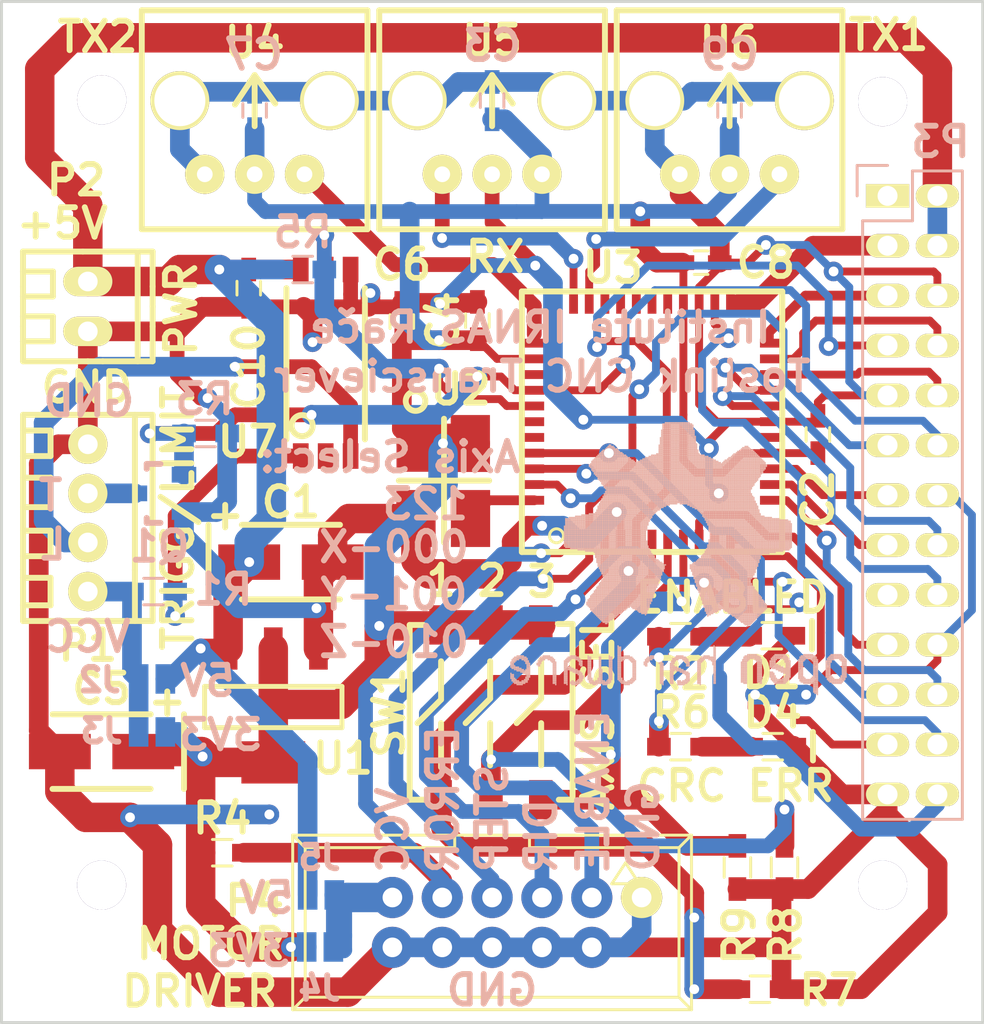
<source format=kicad_pcb>
(kicad_pcb (version 4) (host pcbnew 4.0.0-rc1-stable)
  (title_block (title "Toslink CNC Transciever") (date 2016-04-14) (rev 3.0) (company "Institute IRNAS Rače"))
  (layers (0 F.Cu signal) (31 B.Cu signal) (34 B.Paste user) (35 F.Paste user) (36 B.SilkS user) (37 F.SilkS user) (38 B.Mask user) (39 F.Mask user) (44 Edge.Cuts user))
  (net 0 "")
  (net 1 GND)
  (net 2 +5V)
  (net 3 +3V3)
  (net 4 ENABLE)
  (net 5 DIR)
  (net 6 STEP)
  (net 7 ERROR)
  (net 8 TMS)
  (net 9 TDI)
  (net 10 TDO)
  (net 11 TCK)
  (net 12 CLK)
  (net 13 TOLSINK_RX)
  (net 14 LIMIT)
  (net 15 TOSLINK_TX1)
  (net 16 TOSLINK_TX2)
  (net 17 "Net-(D1-Pad2)")
  (net 18 "Net-(D4-Pad2)")
  (net 19 CRC_ERROR)
  (net 20 "Net-(J2-Pad2)")
  (net 21 "Net-(P1-Pad3)")
  (net 22 "Net-(P1-Pad2)")
  (net 23 "Net-(J4-Pad2)")
  (net 24 TRIGGER)
  (net 25 "Net-(R1-Pad2)")
  (net 26 EN_LED)
  (net 27 AXIS_1)
  (net 28 AXIS_2)
  (net 29 AXIS_3)
  (net 30 I2C_SDA)
  (net 31 I2C_SCL)
  (net 32 UART_RX)
  (net 33 UART_TX)
  (net 34 GENERAL1)
  (net 35 GENERAL2)
  (net 36 GENERAL3)
  (net 37 GENERAL4)
  (net 38 GENERAL5)
  (net 39 GENERAL6)
  (module Pin_Headers:Pin_Header_Straight_2x13 (layer F.Cu) (at 87.626 82.8288)
    (fp_text reference P3 (at 2.7 -2.75) (layer B.SilkS) (effects (font (size 1.5 1.5) (thickness 0.3)) (justify mirror)))
    (fp_text value RPI_header hide)
    (pad 1 thru_hole rect (at 0 0) (size 2.2 1.2) (drill 1.016) (layers *.Cu *.Mask F.SilkS))
    (pad 2 thru_hole oval (at 2.54 0) (size 2.2 1.2) (drill 1.016) (layers *.Cu *.Mask F.SilkS) (net 2 +5V))
    (pad 3 thru_hole oval (at 0 2.54) (size 2.2 1.2) (drill 1.016) (layers *.Cu *.Mask F.SilkS) (net 30 I2C_SDA))
    (pad 4 thru_hole oval (at 2.54 2.54) (size 2.2 1.2) (drill 1.016) (layers *.Cu *.Mask F.SilkS) (net 2 +5V))
    (pad 5 thru_hole oval (at 0 5.08) (size 2.2 1.2) (drill 1.016) (layers *.Cu *.Mask F.SilkS) (net 31 I2C_SCL))
    (pad 6 thru_hole oval (at 2.54 5.08) (size 2.2 1.2) (drill 1.016) (layers *.Cu *.Mask F.SilkS) (net 1 GND))
    (pad 7 thru_hole oval (at 0 7.62) (size 2.2 1.2) (drill 1.016) (layers *.Cu *.Mask F.SilkS) (net 4 ENABLE))
    (pad 8 thru_hole oval (at 2.54 7.62) (size 2.2 1.2) (drill 1.016) (layers *.Cu *.Mask F.SilkS) (net 32 UART_RX))
    (pad 9 thru_hole oval (at 0 10.16) (size 2.2 1.2) (drill 1.016) (layers *.Cu *.Mask F.SilkS) (net 1 GND))
    (pad 10 thru_hole oval (at 2.54 10.16) (size 2.2 1.2) (drill 1.016) (layers *.Cu *.Mask F.SilkS) (net 33 UART_TX))
    (pad 11 thru_hole oval (at 0 12.7) (size 2.2 1.2) (drill 1.016) (layers *.Cu *.Mask F.SilkS) (net 6 STEP))
    (pad 12 thru_hole oval (at 2.54 12.7) (size 2.2 1.2) (drill 1.016) (layers *.Cu *.Mask F.SilkS) (net 24 TRIGGER))
    (pad 13 thru_hole oval (at 0 15.24) (size 2.2 1.2) (drill 1.016) (layers *.Cu *.Mask F.SilkS) (net 38 GENERAL5))
    (pad 14 thru_hole oval (at 2.54 15.24) (size 2.2 1.2) (drill 1.016) (layers *.Cu *.Mask F.SilkS) (net 1 GND))
    (pad 15 thru_hole oval (at 0 17.78) (size 2.2 1.2) (drill 1.016) (layers *.Cu *.Mask F.SilkS) (net 39 GENERAL6))
    (pad 16 thru_hole oval (at 2.54 17.78) (size 2.2 1.2) (drill 1.016) (layers *.Cu *.Mask F.SilkS) (net 34 GENERAL1))
    (pad 17 thru_hole oval (at 0 20.32) (size 2.2 1.2) (drill 1.016) (layers *.Cu *.Mask F.SilkS))
    (pad 18 thru_hole oval (at 2.54 20.32) (size 2.2 1.2) (drill 1.016) (layers *.Cu *.Mask F.SilkS) (net 35 GENERAL2))
    (pad 19 thru_hole oval (at 0 22.86) (size 2.2 1.2) (drill 1.016) (layers *.Cu *.Mask F.SilkS) (net 9 TDI))
    (pad 20 thru_hole oval (at 2.54 22.86) (size 2.2 1.2) (drill 1.016) (layers *.Cu *.Mask F.SilkS) (net 1 GND))
    (pad 21 thru_hole oval (at 0 25.4) (size 2.2 1.2) (drill 1.016) (layers *.Cu *.Mask F.SilkS) (net 10 TDO))
    (pad 22 thru_hole oval (at 2.54 25.4) (size 2.2 1.2) (drill 1.016) (layers *.Cu *.Mask F.SilkS) (net 36 GENERAL3))
    (pad 23 thru_hole oval (at 0 27.94) (size 2.2 1.2) (drill 1.016) (layers *.Cu *.Mask F.SilkS) (net 11 TCK))
    (pad 24 thru_hole oval (at 2.54 27.94) (size 2.2 1.2) (drill 1.016) (layers *.Cu *.Mask F.SilkS) (net 8 TMS))
    (pad 25 thru_hole oval (at 0 30.48) (size 2.2 1.2) (drill 1.016) (layers *.Cu *.Mask F.SilkS) (net 1 GND))
    (pad 26 thru_hole oval (at 2.54 30.48) (size 2.2 1.2) (drill 1.016) (layers *.Cu *.Mask F.SilkS) (net 37 GENERAL4))
  )
  (module VQFP44:VASCH5x2 (layer F.Cu) (at 67.476 119.8288 180)
    (fp_text reference P4 (at 12.1 1.1 180) (layer F.SilkS) (effects (font (size 1.5 1.5) (thickness 0.3))))
    (fp_text value "PoStep25-32 connector" hide)
    (pad 1 thru_hole circle (at -5.08 1.27 180) (size 2.1 2.1) (drill 1) (layers *.Cu *.Mask) (net 4 ENABLE))
    (pad 2 thru_hole circle (at -5.08 -1.27 180) (size 2.1 2.1) (drill 1) (layers *.Cu *.Mask) (net 1 GND))
    (pad 3 thru_hole circle (at -2.54 1.27 180) (size 2.1 2.1) (drill 1) (layers *.Cu *.Mask) (net 5 DIR))
    (pad 4 thru_hole circle (at -2.54 -1.27 180) (size 2.1 2.1) (drill 1) (layers *.Cu *.Mask) (net 1 GND))
    (pad 5 thru_hole circle (at 0 1.27 180) (size 2.1 2.1) (drill 1) (layers *.Cu *.Mask) (net 6 STEP))
    (pad 6 thru_hole circle (at 0 -1.27 180) (size 2.1 2.1) (drill 1) (layers *.Cu *.Mask) (net 1 GND))
    (pad 7 thru_hole circle (at 2.54 1.27 180) (size 2.1 2.1) (drill 1) (layers *.Cu *.Mask) (net 7 ERROR))
    (pad 8 thru_hole circle (at 2.54 -1.27 180) (size 2.1 2.1) (drill 1) (layers *.Cu *.Mask) (net 1 GND))
    (pad 9 thru_hole circle (at 5.08 1.27 180) (size 2.1 2.1) (drill 1) (layers *.Cu *.Mask) (net 23 "Net-(J4-Pad2)"))
    (pad 10 thru_hole circle (at 5.08 -1.27 180) (size 2.1 2.1) (drill 1) (layers *.Cu *.Mask) (net 1 GND))
    (pad 2 thru_hole circle (at -7.62 1.27 180) (size 2.1 2.1) (drill 1) (layers *.Cu *.Mask F.SilkS) (net 1 GND))
  )
  (module VQFP44:DLT1111 (layer F.Cu) (at 55.376 81.7288)
    (fp_text reference U4 (at 0 -6.7) (layer F.SilkS) (effects (font (size 1.5 1.5) (thickness 0.3))))
    (fp_text value DLT1111 hide)
    (pad 1 thru_hole circle (at 3.81 -3.75) (size 3 3) (drill 2.6) (layers *.Cu *.Mask F.SilkS) (net 1 GND))
    (pad 3 thru_hole circle (at 2.54 0) (size 2 2) (drill 0.8) (layers *.Cu *.Mask F.SilkS) (net 16 TOSLINK_TX2))
    (pad 2 thru_hole circle (at 0 0) (size 2 2) (drill 0.8) (layers *.Cu *.Mask F.SilkS) (net 3 +3V3))
    (pad 1 thru_hole circle (at -2.54 0) (size 2 2) (drill 0.8) (layers *.Cu *.Mask F.SilkS) (net 1 GND))
    (pad 1 thru_hole circle (at -3.81 -3.75) (size 3 3) (drill 2.6) (layers *.Cu *.Mask F.SilkS) (net 1 GND))
  )
  (module VQFP44:DLR1111 (layer F.Cu) (at 67.476 81.7288)
    (fp_text reference U5 (at 0 -6.8) (layer F.SilkS) (effects (font (size 1.5 1.5) (thickness 0.3))))
    (fp_text value DLR1111 hide)
    (pad 2 thru_hole circle (at 3.81 -3.75) (size 3 3) (drill 2.6) (layers *.Cu *.Mask F.SilkS) (net 1 GND))
    (pad 3 thru_hole circle (at 2.54 0) (size 2 2) (drill 0.8) (layers *.Cu *.Mask F.SilkS) (net 3 +3V3))
    (pad 2 thru_hole circle (at 0 0) (size 2 2) (drill 0.8) (layers *.Cu *.Mask F.SilkS) (net 1 GND))
    (pad 1 thru_hole circle (at -2.54 0) (size 2 2) (drill 0.8) (layers *.Cu *.Mask F.SilkS) (net 13 TOLSINK_RX))
    (pad 2 thru_hole circle (at -3.81 -3.75) (size 3 3) (drill 2.6) (layers *.Cu *.Mask F.SilkS) (net 1 GND))
  )
  (module VQFP44:DLT1111 (layer F.Cu) (at 79.576 81.7288)
    (fp_text reference U6 (at 0 -6.7) (layer F.SilkS) (effects (font (size 1.5 1.5) (thickness 0.3))))
    (fp_text value DLT1111 hide)
    (pad 1 thru_hole circle (at 3.81 -3.75) (size 3 3) (drill 2.6) (layers *.Cu *.Mask F.SilkS) (net 1 GND))
    (pad 3 thru_hole circle (at 2.54 0) (size 2 2) (drill 0.8) (layers *.Cu *.Mask F.SilkS) (net 15 TOSLINK_TX1))
    (pad 2 thru_hole circle (at 0 0) (size 2 2) (drill 0.8) (layers *.Cu *.Mask F.SilkS) (net 3 +3V3))
    (pad 1 thru_hole circle (at -2.54 0) (size 2 2) (drill 0.8) (layers *.Cu *.Mask F.SilkS) (net 1 GND))
    (pad 1 thru_hole circle (at -3.81 -3.75) (size 3 3) (drill 2.6) (layers *.Cu *.Mask F.SilkS) (net 1 GND))
  )
  (module VQFP44:MountingHole_1-5mm (layer F.Cu) (at 47.586 77.9388)
    (fp_text reference REF** hide)
    (fp_text value MountingHole_1-5mm hide)
    (pad 1 thru_hole circle (at 0 0) (size 2.5 2.5) (drill 2.5) (layers *.Cu))
  )
  (module VQFP44:MountingHole_1-5mm (layer F.Cu) (at 87.376 78.0288)
    (fp_text reference REF** hide)
    (fp_text value MountingHole_1-5mm hide)
    (pad 1 thru_hole circle (at 0 0) (size 2.5 2.5) (drill 2.5) (layers *.Cu))
  )
  (module VQFP44:MountingHole_1-5mm (layer F.Cu) (at 47.576 117.9288)
    (fp_text reference REF** hide)
    (fp_text value MountingHole_1-5mm hide)
    (pad 1 thru_hole circle (at 0 0) (size 2.5 2.5) (drill 2.5) (layers *.Cu))
  )
  (module VQFP44:VQFP44 (layer F.Cu) (at 71.626 100.3288)
    (fp_text reference U3 (at 2 -13.85 180) (layer F.SilkS) (effects (font (size 1.5 1.5) (thickness 0.3))))
    (fp_text value XC9572XL hide)
    (pad 1 smd rect (at 0 0) (size 0.44958 1) (layers F.Cu F.Paste F.Mask) (net 7 ERROR))
    (pad 2 smd rect (at 0.79756 0) (size 0.44958 1) (layers F.Cu F.Paste F.Mask) (net 6 STEP))
    (pad 3 smd rect (at 1.59766 0) (size 0.44958 1) (layers F.Cu F.Paste F.Mask) (net 5 DIR))
    (pad 4 smd rect (at 2.39776 0) (size 0.44958 1) (layers F.Cu F.Paste F.Mask) (net 1 GND))
    (pad 5 smd rect (at 3.19786 0) (size 0.44958 1) (layers F.Cu F.Paste F.Mask) (net 4 ENABLE))
    (pad 6 smd rect (at 3.99796 0) (size 0.44958 1) (layers F.Cu F.Paste F.Mask) (net 27 AXIS_1))
    (pad 7 smd rect (at 4.79806 0) (size 0.44958 1) (layers F.Cu F.Paste F.Mask) (net 28 AXIS_2))
    (pad 8 smd rect (at 5.59816 0) (size 0.44958 1) (layers F.Cu F.Paste F.Mask) (net 29 AXIS_3))
    (pad 9 smd rect (at 6.39826 0) (size 0.44958 1) (layers F.Cu F.Paste F.Mask) (net 9 TDI))
    (pad 10 smd rect (at 7.19836 0) (size 0.44958 1) (layers F.Cu F.Paste F.Mask) (net 8 TMS))
    (pad 11 smd rect (at 7.99846 0) (size 0.44958 1) (layers F.Cu F.Paste F.Mask) (net 11 TCK))
    (pad 12 smd rect (at 9.99998 -1.99898 270) (size 0.44958 1) (layers F.Cu F.Paste F.Mask) (net 36 GENERAL3))
    (pad 13 smd rect (at 9.99998 -2.79908 270) (size 0.44958 1) (layers F.Cu F.Paste F.Mask) (net 39 GENERAL6))
    (pad 14 smd rect (at 9.99998 -3.59918 270) (size 0.44958 1) (layers F.Cu F.Paste F.Mask) (net 38 GENERAL5))
    (pad 15 smd rect (at 9.99998 -4.39928 270) (size 0.44958 1) (layers F.Cu F.Paste F.Mask) (net 3 +3V3))
    (pad 16 smd rect (at 9.99998 -5.19938 270) (size 0.44958 1) (layers F.Cu F.Paste F.Mask))
    (pad 17 smd rect (at 9.99998 -5.99948 270) (size 0.44958 1) (layers F.Cu F.Paste F.Mask) (net 1 GND))
    (pad 18 smd rect (at 9.99998 -6.79958 270) (size 0.44958 1) (layers F.Cu F.Paste F.Mask) (net 35 GENERAL2))
    (pad 19 smd rect (at 9.99998 -7.59968 270) (size 0.44958 1) (layers F.Cu F.Paste F.Mask) (net 34 GENERAL1))
    (pad 20 smd rect (at 9.99998 -8.39978 270) (size 0.44958 1) (layers F.Cu F.Paste F.Mask) (net 33 UART_TX))
    (pad 21 smd rect (at 9.99998 -9.19988 270) (size 0.44958 1) (layers F.Cu F.Paste F.Mask) (net 32 UART_RX))
    (pad 22 smd rect (at 9.99998 -9.99998 270) (size 0.44958 1) (layers F.Cu F.Paste F.Mask) (net 31 I2C_SCL))
    (pad 23 smd rect (at 7.99846 -11.99896 180) (size 0.44958 1) (layers F.Cu F.Paste F.Mask) (net 30 I2C_SDA))
    (pad 24 smd rect (at 7.19836 -11.99896 180) (size 0.44958 1) (layers F.Cu F.Paste F.Mask) (net 10 TDO))
    (pad 25 smd rect (at 6.39826 -11.99896 180) (size 0.44958 1) (layers F.Cu F.Paste F.Mask) (net 1 GND))
    (pad 26 smd rect (at 5.59816 -11.99896 180) (size 0.44958 1) (layers F.Cu F.Paste F.Mask) (net 3 +3V3))
    (pad 27 smd rect (at 4.79806 -11.99896 180) (size 0.44958 1) (layers F.Cu F.Paste F.Mask))
    (pad 28 smd rect (at 3.99796 -11.99896 180) (size 0.44958 1) (layers F.Cu F.Paste F.Mask))
    (pad 29 smd rect (at 3.19786 -11.99896 180) (size 0.44958 1) (layers F.Cu F.Paste F.Mask))
    (pad 30 smd rect (at 2.39776 -11.99896 180) (size 0.44958 1) (layers F.Cu F.Paste F.Mask))
    (pad 31 smd rect (at 1.59766 -11.99896 180) (size 0.44958 1) (layers F.Cu F.Paste F.Mask))
    (pad 32 smd rect (at 0.79756 -11.99896 180) (size 0.44958 1) (layers F.Cu F.Paste F.Mask) (net 15 TOSLINK_TX1))
    (pad 33 smd rect (at 0 -11.99896 180) (size 0.44958 1) (layers F.Cu F.Paste F.Mask) (net 13 TOLSINK_RX))
    (pad 34 smd rect (at -1.99898 -9.99998 90) (size 0.44958 1) (layers F.Cu F.Paste F.Mask) (net 16 TOSLINK_TX2))
    (pad 35 smd rect (at -1.99898 -9.19988 90) (size 0.44958 1) (layers F.Cu F.Paste F.Mask) (net 3 +3V3))
    (pad 36 smd rect (at -1.99898 -8.39978 90) (size 0.44958 1) (layers F.Cu F.Paste F.Mask))
    (pad 37 smd rect (at -1.99898 -7.59968 90) (size 0.44958 1) (layers F.Cu F.Paste F.Mask) (net 24 TRIGGER))
    (pad 38 smd rect (at -1.99898 -6.79958 90) (size 0.44958 1) (layers F.Cu F.Paste F.Mask) (net 14 LIMIT))
    (pad 39 smd rect (at -1.99898 -5.99948 90) (size 0.44958 1) (layers F.Cu F.Paste F.Mask))
    (pad 40 smd rect (at -1.99898 -5.19938 90) (size 0.44958 1) (layers F.Cu F.Paste F.Mask))
    (pad 41 smd rect (at -1.99898 -4.39928 90) (size 0.44958 1) (layers F.Cu F.Paste F.Mask) (net 37 GENERAL4))
    (pad 42 smd rect (at -1.99898 -3.59918 90) (size 0.44958 1) (layers F.Cu F.Paste F.Mask) (net 19 CRC_ERROR))
    (pad 43 smd rect (at -1.99898 -2.79908 90) (size 0.44958 1) (layers F.Cu F.Paste F.Mask) (net 26 EN_LED))
    (pad 44 smd rect (at -1.99898 -1.99898 90) (size 0.44958 1) (layers F.Cu F.Paste F.Mask) (net 12 CLK))
  )
  (module VQFP44:SOT-223 (layer F.Cu) (at 56.326 105.8788 180)
    (fp_text reference U1 (at -3.55 -5.6 360) (layer F.SilkS) (effects (font (size 1.5 1.5) (thickness 0.3))))
    (fp_text value TLV1117 hide)
    (pad 3 smd rect (at 2.3 0 180) (size 0.95 2.15) (layers F.Cu F.Paste F.Mask) (net 2 +5V))
    (pad 1 smd rect (at -2.3 0 180) (size 0.95 2.15) (layers F.Cu F.Paste F.Mask) (net 1 GND))
    (pad 2 smd rect (at 0 0 180) (size 0.95 2.15) (layers F.Cu F.Paste F.Mask) (net 3 +3V3))
    (pad 2 smd rect (at 0 -5.8 180) (size 3.25 2.15) (layers F.Cu F.Paste F.Mask) (net 3 +3V3))
  )
  (module Capacitors_SMD:C_0603_HandSoldering (layer B.Cu) (at 79.576 78.4788 90)
    (fp_text reference C9 (at 2.85 0 180) (layer B.SilkS) (effects (font (size 1.5 1.5) (thickness 0.3)) (justify mirror)))
    (fp_text value 100nF,25V hide)
    (pad 1 smd rect (at -0.95 0 90) (size 1.2 0.75) (layers B.Cu B.Paste B.Mask) (net 3 +3V3))
    (pad 2 smd rect (at 0.95 0 90) (size 1.2 0.75) (layers B.Cu B.Paste B.Mask) (net 1 GND))
  )
  (module Capacitors_SMD:C_0603_HandSoldering (layer F.Cu) (at 78.126 86.2288)
    (fp_text reference C8 (at 3.3 0) (layer F.SilkS) (effects (font (size 1.5 1.5) (thickness 0.3))))
    (fp_text value 100nF,25V hide)
    (pad 1 smd rect (at -0.95 0) (size 1.2 0.75) (layers F.Cu F.Paste F.Mask) (net 3 +3V3))
    (pad 2 smd rect (at 0.95 0) (size 1.2 0.75) (layers F.Cu F.Paste F.Mask) (net 1 GND))
  )
  (module Capacitors_SMD:C_0603_HandSoldering (layer B.Cu) (at 55.376 78.4788 90)
    (fp_text reference C7 (at 2.85 -0.05 180) (layer B.SilkS) (effects (font (size 1.5 1.5) (thickness 0.3)) (justify mirror)))
    (fp_text value 100nF,25V hide)
    (pad 1 smd rect (at -0.95 0 90) (size 1.2 0.75) (layers B.Cu B.Paste B.Mask) (net 3 +3V3))
    (pad 2 smd rect (at 0.95 0 90) (size 1.2 0.75) (layers B.Cu B.Paste B.Mask) (net 1 GND))
  )
  (module Capacitors_SMD:C_0603_HandSoldering (layer F.Cu) (at 62.876 89.2288 270)
    (fp_text reference C6 (at -2.9 0 360) (layer F.SilkS) (effects (font (size 1.5 1.5) (thickness 0.3))))
    (fp_text value 100nF,25V hide)
    (pad 1 smd rect (at -0.95 0 270) (size 1.2 0.75) (layers F.Cu F.Paste F.Mask) (net 1 GND))
    (pad 2 smd rect (at 0.95 0 270) (size 1.2 0.75) (layers F.Cu F.Paste F.Mask) (net 3 +3V3))
  )
  (module VQFP44:TantalC_SizeB_EIA-3528_HandSoldering (layer F.Cu) (at 47.576 111.1288 180)
    (fp_text reference C5 (at 0 3.2 180) (layer F.SilkS) (effects (font (size 1.5 1.5) (thickness 0.3))))
    (fp_text value 10uF,25V hide)
    (fp_text user + (at -3.35 2.6 180) (layer F.SilkS) (effects (font (size 1.5 1.5) (thickness 0.3))))
    (pad 2 smd rect (at 2.12598 0 180) (size 3.1496 1.80086) (layers F.Cu F.Paste F.Mask) (net 1 GND))
    (pad 1 smd rect (at -2.12598 0 180) (size 3.1496 1.80086) (layers F.Cu F.Paste F.Mask) (net 3 +3V3))
  )
  (module Capacitors_SMD:C_0603_HandSoldering (layer F.Cu) (at 66.726 89.1788 270)
    (fp_text reference C4 (at 0 1.75 270) (layer F.SilkS) (effects (font (size 1.5 1.5) (thickness 0.3))))
    (fp_text value 100nF,25V hide)
    (pad 1 smd rect (at -0.95 0 270) (size 1.2 0.75) (layers F.Cu F.Paste F.Mask) (net 1 GND))
    (pad 2 smd rect (at 0.95 0 270) (size 1.2 0.75) (layers F.Cu F.Paste F.Mask) (net 3 +3V3))
  )
  (module Capacitors_SMD:C_0603_HandSoldering (layer B.Cu) (at 67.476 77.9788 270)
    (fp_text reference C3 (at -2.8 0 360) (layer B.SilkS) (effects (font (size 1.5 1.5) (thickness 0.3)) (justify mirror)))
    (fp_text value 100nF,25V hide)
    (pad 1 smd rect (at -0.95 0 270) (size 1.2 0.75) (layers B.Cu B.Paste B.Mask) (net 1 GND))
    (pad 2 smd rect (at 0.95 0 270) (size 1.2 0.75) (layers B.Cu B.Paste B.Mask) (net 3 +3V3))
  )
  (module Capacitors_SMD:C_0603_HandSoldering (layer F.Cu) (at 84.076 94.9788 270)
    (fp_text reference C2 (at 3.3 0 270) (layer F.SilkS) (effects (font (size 1.5 1.5) (thickness 0.3))))
    (fp_text value 100nF,25V hide)
    (pad 1 smd rect (at -0.95 0 270) (size 1.2 0.75) (layers F.Cu F.Paste F.Mask) (net 1 GND))
    (pad 2 smd rect (at 0.95 0 270) (size 1.2 0.75) (layers F.Cu F.Paste F.Mask) (net 3 +3V3))
  )
  (module VQFP44:TantalC_SizeB_EIA-3528_HandSoldering (layer F.Cu) (at 57.226 101.4788)
    (fp_text reference C1 (at 0 -3.05 180) (layer F.SilkS) (effects (font (size 1.5 1.5) (thickness 0.3))))
    (fp_text value 10uF,25V hide)
    (fp_text user + (at -3.35 -2.45) (layer F.SilkS) (effects (font (size 1.5 1.5) (thickness 0.3))))
    (pad 2 smd rect (at 2.12598 0) (size 3.1496 1.80086) (layers F.Cu F.Paste F.Mask) (net 1 GND))
    (pad 1 smd rect (at -2.12598 0) (size 3.1496 1.80086) (layers F.Cu F.Paste F.Mask) (net 2 +5V))
  )
  (module CFPS-9-50M:CFPS-9-50M (layer F.Cu) (at 63.876 96.0788 270)
    (fp_text reference U2 (at -3.4 -2 360) (layer F.SilkS) (effects (font (size 1.5 1.5) (thickness 0.3))))
    (fp_text value CFPS-9-50M hide)
    (pad 4 smd rect (at -0.64 -2.49 270) (size 2.9 2) (layers F.Cu F.Paste F.Mask) (net 3 +3V3))
    (pad 3 smd rect (at 3.18 -2.5 270) (size 2.9 2) (layers F.Cu F.Paste F.Mask) (net 12 CLK))
    (pad 2 smd rect (at 3.18 0.28 270) (size 2.9 2) (layers F.Cu F.Paste F.Mask) (net 1 GND))
    (pad 1 smd rect (at -0.65 0.27 270) (size 2.9 2) (layers F.Cu F.Paste F.Mask) (net 3 +3V3))
  )
  (module VQFP44:MountingHole_1-5mm (layer F.Cu) (at 87.376 117.9288)
    (fp_text reference REF** hide)
    (fp_text value MountingHole_1-5mm hide)
    (pad 1 thru_hole circle (at 0 0) (size 2.5 2.5) (drill 2.5) (layers *.Cu))
  )
  (module VQFP44:LED_0603_HandSoldering (layer F.Cu) (at 81.726 105.2288)
    (fp_text reference D1 (at 0 1.9) (layer F.SilkS) (effects (font (size 1.5 1.5) (thickness 0.3))))
    (fp_text value "LED Green" hide)
    (pad 2 smd rect (at -1.1 0) (size 1.2 0.9) (layers F.Cu F.Paste F.Mask) (net 17 "Net-(D1-Pad2)"))
    (pad 1 smd rect (at 1.1 0) (size 1.2 0.9) (layers F.Cu F.Paste F.Mask) (net 1 GND))
  )
  (module Resistors_SMD:R_0603_HandSoldering (layer F.Cu) (at 77.076 105.2788 180)
    (fp_text reference R2 (at 0 -1.9 180) (layer F.SilkS) (effects (font (size 1.5 1.5) (thickness 0.3))))
    (fp_text value 1K hide)
    (pad 1 smd rect (at -1.1 0 180) (size 1.2 0.9) (layers F.Cu F.Paste F.Mask) (net 17 "Net-(D1-Pad2)"))
    (pad 2 smd rect (at 1.1 0 180) (size 1.2 0.9) (layers F.Cu F.Paste F.Mask) (net 26 EN_LED))
  )
  (module VQFP44:LED_0603_HandSoldering (layer F.Cu) (at 81.776 110.8788)
    (fp_text reference D4 (at 0 -1.75 180) (layer F.SilkS) (effects (font (size 1.5 1.5) (thickness 0.3))))
    (fp_text value "LED Red" hide)
    (pad 2 smd rect (at -1.1 0) (size 1.2 0.9) (layers F.Cu F.Paste F.Mask) (net 18 "Net-(D4-Pad2)"))
    (pad 1 smd rect (at 1.1 0) (size 1.2 0.9) (layers F.Cu F.Paste F.Mask) (net 1 GND))
  )
  (module Resistors_SMD:R_0603_HandSoldering (layer F.Cu) (at 77.076 110.8788 180)
    (fp_text reference R6 (at -0.05 1.75 360) (layer F.SilkS) (effects (font (size 1.5 1.5) (thickness 0.3))))
    (fp_text value 1K hide)
    (pad 1 smd rect (at -1.1 0 180) (size 1.2 0.9) (layers F.Cu F.Paste F.Mask) (net 18 "Net-(D4-Pad2)"))
    (pad 2 smd rect (at 1.1 0 180) (size 1.2 0.9) (layers F.Cu F.Paste F.Mask) (net 19 CRC_ERROR))
  )
  (module Resistors_SMD:R_0603_HandSoldering (layer F.Cu) (at 81.126 123.2288 180)
    (fp_text reference R7 (at -3.5 -0.05 180) (layer F.SilkS) (effects (font (size 1.5 1.5) (thickness 0.3))))
    (fp_text value 10K hide)
    (pad 1 smd rect (at -1.1 0 180) (size 1.2 0.9) (layers F.Cu F.Paste F.Mask) (net 1 GND))
    (pad 2 smd rect (at 1.1 0 180) (size 1.2 0.9) (layers F.Cu F.Paste F.Mask) (net 27 AXIS_1))
  )
  (module Resistors_SMD:R_0603_HandSoldering (layer F.Cu) (at 82.376 117.0288 90)
    (fp_text reference R8 (at -3.45 0.05 270) (layer F.SilkS) (effects (font (size 1.5 1.5) (thickness 0.3))))
    (fp_text value 10K hide)
    (pad 1 smd rect (at -1.1 0 90) (size 1.2 0.9) (layers F.Cu F.Paste F.Mask) (net 1 GND))
    (pad 2 smd rect (at 1.1 0 90) (size 1.2 0.9) (layers F.Cu F.Paste F.Mask) (net 28 AXIS_2))
  )
  (module Resistors_SMD:R_0603_HandSoldering (layer F.Cu) (at 79.976 117.0288 90)
    (fp_text reference R9 (at -3.45 0.1 90) (layer F.SilkS) (effects (font (size 1.5 1.5) (thickness 0.3))))
    (fp_text value 10K hide)
    (pad 1 smd rect (at -1.1 0 90) (size 1.2 0.9) (layers F.Cu F.Paste F.Mask) (net 1 GND))
    (pad 2 smd rect (at 1.1 0 90) (size 1.2 0.9) (layers F.Cu F.Paste F.Mask) (net 29 AXIS_3))
  )
  (module OPEN_HW:OSHWLOGO0.75IN (layer B.Cu) (at 86.5 92 180)
    (fp_text reference G*** hide)
    (fp_text value LOGO hide)
  )
  (module Capacitors_SMD:C_0603_HandSoldering (layer F.Cu) (at 55.076 87.5288 270)
    (fp_text reference C10 (at 4 0 270) (layer F.SilkS) (effects (font (size 1.5 1.5) (thickness 0.3))))
    (fp_text value 100nF,25V hide)
    (pad 1 smd rect (at -0.95 0 270) (size 1.2 0.75) (layers F.Cu F.Paste F.Mask) (net 2 +5V))
    (pad 2 smd rect (at 0.95 0 270) (size 1.2 0.75) (layers F.Cu F.Paste F.Mask) (net 1 GND))
  )
  (module terminal_block_2_5mm_4pole:terminal_block_2_5mm_4pole (layer F.Cu) (at 46.876 97.9788 270)
    (fp_text reference P1 (at 7.75 0 360) (layer F.SilkS) (effects (font (size 1.5 1.5) (thickness 0.3))))
    (fp_text value CONN_01X04 hide)
    (pad 4 thru_hole circle (at 5 0 270) (size 2 2) (drill 1) (layers *.Cu *.Mask F.SilkS) (net 20 "Net-(J2-Pad2)"))
    (pad 3 thru_hole circle (at 2.5 0 270) (size 2 2) (drill 1) (layers *.Cu *.Mask F.SilkS) (net 21 "Net-(P1-Pad3)"))
    (pad 1 thru_hole circle (at -2.5 0 270) (size 2 2) (drill 1) (layers *.Cu *.Mask F.SilkS) (net 1 GND))
    (pad 2 thru_hole circle (at 0 0 270) (size 2 2) (drill 1) (layers *.Cu *.Mask F.SilkS) (net 22 "Net-(P1-Pad2)"))
  )
  (module sot_32_standard:SOT-23 (layer B.Cu) (at 50.526 97.9788 270)
    (fp_text reference Q1 (at 2.7 0 360) (layer B.SilkS) (effects (font (size 1.5 1.5) (thickness 0.3)) (justify mirror)))
    (fp_text value RSR010N10FHATL hide)
    (pad 1 smd rect (at -0.95 -1.25 270) (size 0.8001 1.25) (layers B.Cu B.Paste B.Mask) (net 24 TRIGGER))
    (pad 2 smd rect (at 0.95 -1.25 270) (size 0.8001 1.25) (layers B.Cu B.Paste B.Mask) (net 1 GND))
    (pad 3 smd rect (at 0 1.25 270) (size 0.8001 1.25) (layers B.Cu B.Paste B.Mask) (net 22 "Net-(P1-Pad2)"))
  )
  (module Resistors_SMD:R_0603_HandSoldering (layer B.Cu) (at 50.226 102.9788)
    (fp_text reference R1 (at 3.55 -0.1) (layer B.SilkS) (effects (font (size 1.5 1.5) (thickness 0.3)) (justify mirror)))
    (fp_text value 1K hide)
    (pad 1 smd rect (at -1.1 0) (size 1.2 0.9) (layers B.Cu B.Paste B.Mask) (net 20 "Net-(J2-Pad2)"))
    (pad 2 smd rect (at 1.1 0) (size 1.2 0.9) (layers B.Cu B.Paste B.Mask) (net 25 "Net-(R1-Pad2)"))
  )
  (module Resistors_SMD:R_0603_HandSoldering (layer B.Cu) (at 52.876 94.9288 180)
    (fp_text reference R3 (at 0.05 1.75 180) (layer B.SilkS) (effects (font (size 1.5 1.5) (thickness 0.3)) (justify mirror)))
    (fp_text value 10K hide)
    (pad 1 smd rect (at -1.1 0 180) (size 1.2 0.9) (layers B.Cu B.Paste B.Mask) (net 1 GND))
    (pad 2 smd rect (at 1.1 0 180) (size 1.2 0.9) (layers B.Cu B.Paste B.Mask) (net 24 TRIGGER))
  )
  (module Resistors_SMD:R_0603_HandSoldering (layer F.Cu) (at 53.726 116.2788)
    (fp_text reference R4 (at 0 -1.75) (layer F.SilkS) (effects (font (size 1.5 1.5) (thickness 0.3))))
    (fp_text value 10K hide)
    (pad 1 smd rect (at -1.1 0) (size 1.2 0.9) (layers F.Cu F.Paste F.Mask) (net 3 +3V3))
    (pad 2 smd rect (at 1.1 0) (size 1.2 0.9) (layers F.Cu F.Paste F.Mask) (net 7 ERROR))
  )
  (module Resistors_SMD:R_0603_HandSoldering (layer B.Cu) (at 57.826 86.5788 180)
    (fp_text reference R5 (at 0 1.9 180) (layer B.SilkS) (effects (font (size 1.5 1.5) (thickness 0.3)) (justify mirror)))
    (fp_text value 10K hide)
    (pad 1 smd rect (at -1.1 0 180) (size 1.2 0.9) (layers B.Cu B.Paste B.Mask) (net 14 LIMIT))
    (pad 2 smd rect (at 1.1 0 180) (size 1.2 0.9) (layers B.Cu B.Paste B.Mask) (net 2 +5V))
  )
  (module TLP2704:TLP2704 (layer F.Cu) (at 57.726 86.5788)
    (fp_text reference U7 (at -2.7 8.775) (layer F.SilkS) (effects (font (size 1.5 1.5) (thickness 0.3))))
    (fp_text value TLP2704 hide)
    (pad 3 smd rect (at 2.54 9.5) (size 0.8 1.3) (layers F.Cu F.Paste F.Mask) (net 21 "Net-(P1-Pad3)"))
    (pad 2 smd rect (at 1.27 9.5) (size 0.8 1.3) (layers F.Cu F.Paste F.Mask))
    (pad 1 smd rect (at 0 9.5) (size 0.8 1.3) (layers F.Cu F.Paste F.Mask) (net 25 "Net-(R1-Pad2)"))
    (pad 4 smd rect (at 2.54 0) (size 0.8 1.3) (layers F.Cu F.Paste F.Mask) (net 1 GND))
    (pad 5 smd rect (at 1.27 0) (size 0.8 1.3) (layers F.Cu F.Paste F.Mask) (net 14 LIMIT))
    (pad 6 smd rect (at 0 0) (size 0.8 1.3) (layers F.Cu F.Paste F.Mask) (net 2 +5V))
  )
  (module terminal_block_2_5mm:terminal_block_2_5mm (layer F.Cu) (at 46.876 89.7288 270)
    (fp_text reference P2 (at -7.7 0.6 360) (layer F.SilkS) (effects (font (size 1.5 1.5) (thickness 0.3))))
    (fp_text value term_block hide)
    (pad 1 thru_hole oval (at -2.54 0 270) (size 1.5 2.5) (drill 1) (layers *.Cu *.Mask F.SilkS) (net 2 +5V))
    (pad 2 thru_hole oval (at 0 0 270) (size 1.5 2.5) (drill 1) (layers *.Cu *.Mask F.SilkS) (net 1 GND))
  )
  (module OMRON_ELECTRONIC_COMPONENTS_A6S-3102-H_DIP_Switch:OMRON_ELECTRONIC_COMPONENTS_A6S-3102-H_DIP_Switch (layer F.Cu) (at 64.876 113.5788)
    (fp_text reference SW1 (at -2.65 -4.45 90) (layer F.SilkS) (effects (font (size 1.5 1.5) (thickness 0.3))))
    (fp_text value DIP3 hide)
    (pad 3 smd rect (at 5.08 0) (size 1.2 2) (layers F.Cu F.Paste F.Mask) (net 29 AXIS_3))
    (pad 4 smd rect (at 5.08 -8.9) (size 1.2 2) (layers F.Cu F.Paste F.Mask) (net 3 +3V3))
    (pad 5 smd rect (at 2.54 -8.9) (size 1.2 2) (layers F.Cu F.Paste F.Mask) (net 3 +3V3))
    (pad 6 smd rect (at 0 -8.9) (size 1.2 2) (layers F.Cu F.Paste F.Mask) (net 3 +3V3))
    (pad 2 smd rect (at 2.54 0) (size 1.2 2) (layers F.Cu F.Paste F.Mask) (net 28 AXIS_2))
    (pad 1 smd rect (at 0 0) (size 1.1 2) (layers F.Cu F.Paste F.Mask) (net 27 AXIS_1))
  )
  (module solder_bridge:solder_bridge (layer B.Cu) (at 58.676 118.4288)
    (fp_text reference J5 (at 0 -1.9) (layer B.SilkS) (effects (font (size 1.2 1.2) (thickness 0.3)) (justify mirror)))
    (fp_text value solder_bridge hide)
    (pad 2 smd rect (at 0.762 0) (size 1 1.5) (layers B.Cu B.Paste B.Mask) (net 23 "Net-(J4-Pad2)"))
    (pad 1 smd rect (at -0.6 0) (size 1 1.5) (layers B.Cu B.Paste B.Mask) (net 2 +5V))
  )
  (module solder_bridge:solder_bridge (layer B.Cu) (at 58.626 121.0788)
    (fp_text reference J4 (at 0.05 2.1) (layer B.SilkS) (effects (font (size 1.2 1.2) (thickness 0.3)) (justify mirror)))
    (fp_text value solder_bridge hide)
    (pad 2 smd rect (at 0.762 0) (size 1 1.5) (layers B.Cu B.Paste B.Mask) (net 23 "Net-(J4-Pad2)"))
    (pad 1 smd rect (at -0.6 0) (size 1 1.5) (layers B.Cu B.Paste B.Mask) (net 3 +3V3))
  )
  (module solder_bridge:solder_bridge (layer B.Cu) (at 50.226 110.1288 180)
    (fp_text reference J3 (at 2.65 0.05 180) (layer B.SilkS) (effects (font (size 1.2 1.2) (thickness 0.3)) (justify mirror)))
    (fp_text value solder_bridge hide)
    (pad 2 smd rect (at 0.762 0 180) (size 1 1.5) (layers B.Cu B.Paste B.Mask) (net 20 "Net-(J2-Pad2)"))
    (pad 1 smd rect (at -0.6 0 180) (size 1 1.5) (layers B.Cu B.Paste B.Mask) (net 3 +3V3))
  )
  (module solder_bridge:solder_bridge (layer B.Cu) (at 50.226 107.4288 180)
    (fp_text reference J2 (at 2.75 -0.05 180) (layer B.SilkS) (effects (font (size 1.2 1.2) (thickness 0.3)) (justify mirror)))
    (fp_text value solder_bridge hide)
    (pad 2 smd rect (at 0.762 0 180) (size 1 1.5) (layers B.Cu B.Paste B.Mask) (net 20 "Net-(J2-Pad2)"))
    (pad 1 smd rect (at -0.6 0 180) (size 1 1.5) (layers B.Cu B.Paste B.Mask) (net 2 +5V))
  )
  (gr_text PWR (at 51.626 88.5788 90) (layer F.SilkS) (effects (font (size 1.5 1.5) (thickness 0.3))))
  (gr_text 3V3 (at 55.076 121.2788) (layer B.SilkS) (effects (font (size 1.5 1.5) (thickness 0.3)) (justify mirror)))
  (gr_text 5V (at 55.976 118.5788) (layer B.SilkS) (effects (font (size 1.5 1.5) (thickness 0.3)) (justify mirror)))
  (gr_text 3V3 (at 53.626 110.2788) (layer B.SilkS) (effects (font (size 1.5 1.5) (thickness 0.3)) (justify mirror)))
  (gr_text 5V (at 52.976 107.5288) (layer B.SilkS) (effects (font (size 1.5 1.5) (thickness 0.3)) (justify mirror)))
  (gr_text VCC (at 46.876 105.2788) (layer B.SilkS) (effects (font (size 1.5 1.5) (thickness 0.3)) (justify mirror)))
  (gr_text L (at 45.126 100.5788) (layer B.SilkS) (effects (font (size 1.5 1.5) (thickness 0.3)) (justify mirror)))
  (gr_text T (at 44.976 98.0788) (layer B.SilkS) (effects (font (size 1.5 1.5) (thickness 0.3)) (justify mirror)))
  (gr_text GND (at 46.926 93.2788) (layer B.SilkS) (effects (font (size 1.5 1.5) (thickness 0.3)) (justify mirror)))
  (gr_text GND (at 75.176 114.9288 90) (layer B.SilkS) (effects (font (size 1.5 1.5) (thickness 0.3)) (justify mirror)))
  (gr_text 3 (at 70.026 102.4788) (layer F.SilkS) (effects (font (size 1.5 1.5) (thickness 0.3))))
  (gr_text 2 (at 67.476 102.4288) (layer F.SilkS) (effects (font (size 1.5 1.5) (thickness 0.3))))
  (gr_text "AXIS SEL" (at 72.876 109.0788 90) (layer F.SilkS) (effects (font (size 1.5 1.5) (thickness 0.3))))
  (gr_text TRIGG/LIMIT (at 51.476 99.2288 90) (layer F.SilkS) (effects (font (size 1.5 1.5) (thickness 0.3))))
  (gr_text GND (at 46.826 92.5788) (layer F.SilkS) (effects (font (size 1.5 1.5) (thickness 0.3))))
  (gr_text +5V (at 45.576 84.2288) (layer F.SilkS) (effects (font (size 1.5 1.5) (thickness 0.3))))
  (gr_text 123 (at 64.076 98.5288) (layer B.SilkS) (effects (font (size 1.5 1.5) (thickness 0.3)) (justify mirror)))
  (gr_text "000-X\n001-Y\n010-Z" (at 62.476 103.1288) (layer B.SilkS) (effects (font (size 1.5 1.5) (thickness 0.3)) (justify mirror)))
  (gr_text "Axis Select:" (at 62.276 96.1288) (layer B.SilkS) (effects (font (size 1.5 1.5) (thickness 0.3)) (justify mirror)))
  (gr_text "Toslink CNC Transciever" (at 70.026 92.0288) (layer B.SilkS) (effects (font (size 1.5 1.5) (thickness 0.3)) (justify mirror)))
  (gr_text "Institute IRNAS Rače" (at 69.926 89.5288) (layer B.SilkS) (effects (font (size 1.5 1.5) (thickness 0.3)) (justify mirror)))
  (gr_text GND (at 67.476 123.2788) (layer B.SilkS) (effects (font (size 1.5 1.5) (thickness 0.3)) (justify mirror)))
  (gr_text VCC (at 62.426 115.1288 90) (layer B.SilkS) (effects (font (size 1.5 1.5) (thickness 0.3)) (justify mirror)))
  (gr_text ERROR (at 64.976 113.5788 90) (layer B.SilkS) (effects (font (size 1.5 1.5) (thickness 0.3)) (justify mirror)))
  (gr_text STEP (at 67.476 114.5288 90) (layer B.SilkS) (effects (font (size 1.5 1.5) (thickness 0.3)) (justify mirror)))
  (gr_text DIR (at 69.976 115.4288 90) (layer B.SilkS) (effects (font (size 1.5 1.5) (thickness 0.3)) (justify mirror)))
  (gr_text ENABLE (at 72.626 113.1788 90) (layer B.SilkS) (effects (font (size 1.5 1.5) (thickness 0.3)) (justify mirror)))
  (gr_text ENABLED (at 79.726 103.2788) (layer F.SilkS) (effects (font (size 1.5 1.5) (thickness 0.3))))
  (gr_text 1 (at 64.876 102.4288) (layer F.SilkS) (effects (font (size 1.5 1.5) (thickness 0.3))))
  (gr_text " MOTOR\nDRIVER" (at 52.576 122.1288) (layer F.SilkS) (effects (font (size 1.5 1.5) (thickness 0.3))))
  (gr_text "CRC ERR" (at 79.876 112.8788) (layer F.SilkS) (effects (font (size 1.5 1.5) (thickness 0.3))))
  (gr_text TX1 (at 87.676 74.6288) (layer F.SilkS) (effects (font (size 1.5 1.5) (thickness 0.3))))
  (gr_text TX2 (at 47.376 74.7288) (layer F.SilkS) (effects (font (size 1.5 1.5) (thickness 0.3))))
  (gr_text RX (at 67.626 85.9288) (layer F.SilkS) (effects (font (size 1.5 1.5) (thickness 0.3))))
  (gr_line (start 92.476 72.9288) (end 42.476 72.9288) (angle 90) (layer Edge.Cuts) (width 0.15))
  (gr_line (start 92.476 124.9288) (end 92.476 72.9288) (angle 90) (layer Edge.Cuts) (width 0.15))
  (gr_line (start 42.476 124.9288) (end 92.476 124.9288) (angle 90) (layer Edge.Cuts) (width 0.15))
  (gr_line (start 42.476 72.9288) (end 42.476 124.9288) (angle 90) (layer Edge.Cuts) (width 0.15))
  (segment (start 78.526 95.6788) (end 78.526 97.4788) (width 0.4) (layer B.Cu) (net 1))
  (via (at 79.026 97.9788) (size 1) (drill 0.5) (layers F.Cu B.Cu) (net 1))
  (segment (start 78.526 97.4788) (end 79.026 97.9788) (width 0.4) (layer B.Cu) (net 1))
  (segment (start 78.526 95.6788) (end 78.526 95.3288) (width 0.4) (layer F.Cu) (net 1))
  (segment (start 77.076 94.2288) (end 78.526 95.6788) (width 0.4) (layer B.Cu) (net 1))
  (via (at 78.526 95.6788) (size 1) (drill 0.5) (layers F.Cu B.Cu) (net 1))
  (segment (start 69.676 86.3788) (end 70.576 87.2788) (width 1) (layer B.Cu) (net 1))
  (via (at 72.126 94.2288) (size 1) (drill 0.5) (layers F.Cu B.Cu) (net 1))
  (segment (start 70.576 92.6788) (end 72.126 94.2288) (width 1) (layer B.Cu) (net 1))
  (segment (start 70.576 87.2788) (end 70.576 92.6788) (width 1) (layer B.Cu) (net 1))
  (segment (start 72.126 94.2288) (end 77.076 94.2288) (width 0.4) (layer B.Cu) (net 1))
  (segment (start 78.526 95.3288) (end 79.52548 94.32932) (width 0.4) (layer F.Cu) (net 1))
  (segment (start 49.026 114.4788) (end 49.176 114.3288) (width 1) (layer B.Cu) (net 1))
  (via (at 49.026 114.4788) (size 1) (drill 0.5) (layers F.Cu B.Cu) (net 1))
  (via (at 56.126 114.3288) (size 1) (drill 0.5) (layers F.Cu B.Cu) (net 1))
  (segment (start 49.176 114.3288) (end 56.126 114.3288) (width 1) (layer B.Cu) (net 1))
  (segment (start 57.876 88.4788) (end 58.326 88.9288) (width 1) (layer F.Cu) (net 1))
  (via (at 58.326 90.2788) (size 1) (drill 0.5) (layers F.Cu B.Cu) (net 1))
  (segment (start 58.326 88.9288) (end 58.326 90.2788) (width 1) (layer F.Cu) (net 1))
  (segment (start 61.176 88.4788) (end 61.276 88.3788) (width 1) (layer F.Cu) (net 1))
  (via (at 61.276 87.7788) (size 1) (drill 0.5) (layers F.Cu B.Cu) (net 1))
  (segment (start 61.276 88.3788) (end 61.276 87.7788) (width 1) (layer F.Cu) (net 1))
  (segment (start 90.166 98.0688) (end 90.916 98.0688) (width 0.4) (layer B.Cu) (net 1))
  (segment (start 90.916 98.0688) (end 91.926 99.0788) (width 0.4) (layer B.Cu) (net 1))
  (segment (start 91.926 99.0788) (end 91.926 103.9288) (width 0.4) (layer B.Cu) (net 1))
  (segment (start 91.926 103.9288) (end 90.166 105.6888) (width 0.4) (layer B.Cu) (net 1))
  (segment (start 78.02426 88.32984) (end 78.02426 93.42706) (width 0.4) (layer F.Cu) (net 1))
  (segment (start 78.02426 93.42706) (end 78.92652 94.32932) (width 0.4) (layer F.Cu) (net 1))
  (segment (start 78.92652 94.32932) (end 79.52548 94.32932) (width 0.4) (layer F.Cu) (net 1))
  (segment (start 79.52548 94.32932) (end 81.62598 94.32932) (width 0.4) (layer F.Cu) (net 1))
  (segment (start 87.626 92.9888) (end 86.386 92.9888) (width 0.4) (layer B.Cu) (net 1))
  (segment (start 85.676 87.4788) (end 84.876 86.6788) (width 0.4) (layer B.Cu) (net 1))
  (segment (start 85.676 92.2788) (end 85.676 87.4788) (width 0.4) (layer B.Cu) (net 1))
  (segment (start 86.386 92.9888) (end 85.676 92.2788) (width 0.4) (layer B.Cu) (net 1))
  (segment (start 81.426 85.3288) (end 83.526 85.3288) (width 0.4) (layer B.Cu) (net 1))
  (segment (start 83.526 85.3288) (end 84.876 86.6788) (width 0.4) (layer B.Cu) (net 1))
  (segment (start 90.166 86.8688) (end 89.976 86.6788) (width 0.4) (layer F.Cu) (net 1))
  (segment (start 90.166 86.8688) (end 90.166 87.9088) (width 0.4) (layer F.Cu) (net 1))
  (via (at 84.876 86.6788) (size 1) (drill 0.5) (layers F.Cu B.Cu) (net 1))
  (segment (start 89.976 86.6788) (end 84.876 86.6788) (width 0.4) (layer F.Cu) (net 1))
  (segment (start 79.076 86.2288) (end 80.526 86.2288) (width 0.4) (layer F.Cu) (net 1))
  (segment (start 81.426 85.3288) (end 81.426 85.3788) (width 0.4) (layer B.Cu) (net 1))
  (via (at 81.426 85.3288) (size 1) (drill 0.5) (layers F.Cu B.Cu) (net 1))
  (segment (start 80.526 86.2288) (end 81.426 85.3288) (width 0.4) (layer F.Cu) (net 1))
  (segment (start 84.076 94.0288) (end 84.076 93.3288) (width 0.4) (layer F.Cu) (net 1))
  (segment (start 84.416 92.9888) (end 87.626 92.9888) (width 0.4) (layer F.Cu) (net 1))
  (segment (start 84.076 93.3288) (end 84.416 92.9888) (width 0.4) (layer F.Cu) (net 1))
  (segment (start 81.62598 94.32932) (end 83.77548 94.32932) (width 0.4) (layer F.Cu) (net 1))
  (segment (start 83.77548 94.32932) (end 84.076 94.0288) (width 0.4) (layer F.Cu) (net 1))
  (segment (start 70.026 99.6288) (end 71.076 99.6288) (width 1) (layer B.Cu) (net 1))
  (segment (start 68.476 101.4788) (end 68.476 100.4288) (width 1) (layer F.Cu) (net 1))
  (segment (start 63.596 101.3988) (end 64.276 102.0788) (width 1.5) (layer F.Cu) (net 1))
  (segment (start 63.596 99.2588) (end 63.596 101.3988) (width 1.5) (layer F.Cu) (net 1))
  (segment (start 67.876 102.0788) (end 64.276 102.0788) (width 1.5) (layer F.Cu) (net 1))
  (segment (start 67.876 102.0788) (end 68.476 101.4788) (width 1) (layer F.Cu) (net 1))
  (via (at 70.026 99.6288) (size 1) (drill 0.5) (layers F.Cu B.Cu) (net 1))
  (segment (start 69.276 99.6288) (end 70.026 99.6288) (width 1) (layer F.Cu) (net 1))
  (segment (start 68.476 100.4288) (end 69.276 99.6288) (width 1) (layer F.Cu) (net 1))
  (segment (start 74.02376 99.12656) (end 73.826 98.9288) (width 0.4) (layer F.Cu) (net 1))
  (via (at 73.826 98.9288) (size 1) (drill 0.5) (layers F.Cu B.Cu) (net 1))
  (segment (start 74.02376 99.12656) (end 74.02376 100.3288) (width 0.4) (layer F.Cu) (net 1))
  (segment (start 72.476 100.2788) (end 73.826 98.9288) (width 1) (layer B.Cu) (net 1))
  (segment (start 71.726 100.2788) (end 72.476 100.2788) (width 1) (layer B.Cu) (net 1))
  (segment (start 71.076 99.6288) (end 71.726 100.2788) (width 1) (layer B.Cu) (net 1))
  (segment (start 80.876 108.2288) (end 83.476 108.2288) (width 1) (layer B.Cu) (net 1))
  (segment (start 84.726 106.9788) (end 83.476 108.2288) (width 0.4) (layer F.Cu) (net 1))
  (via (at 83.476 108.2288) (size 1) (drill 0.5) (layers F.Cu B.Cu) (net 1))
  (segment (start 90.166 106.4888) (end 89.676 106.9788) (width 0.4) (layer F.Cu) (net 1))
  (segment (start 90.166 106.4888) (end 90.166 105.6888) (width 0.4) (layer F.Cu) (net 1))
  (segment (start 89.676 106.9788) (end 84.726 106.9788) (width 0.4) (layer F.Cu) (net 1))
  (via (at 80.876 108.2288) (size 1) (drill 0.5) (layers F.Cu B.Cu) (net 1))
  (segment (start 82.876 110.8788) (end 80.876 108.8788) (width 0.75) (layer F.Cu) (net 1))
  (segment (start 80.876 107.1788) (end 82.826 105.2288) (width 0.75) (layer F.Cu) (net 1))
  (segment (start 80.876 108.8788) (end 80.876 108.2288) (width 0.75) (layer F.Cu) (net 1))
  (segment (start 80.876 108.2288) (end 80.876 107.1788) (width 0.75) (layer F.Cu) (net 1))
  (segment (start 77.036 81.7288) (end 77.036 82.7388) (width 1) (layer F.Cu) (net 1))
  (segment (start 79.076 84.7788) (end 79.076 86.2288) (width 1) (layer F.Cu) (net 1))
  (segment (start 77.036 82.7388) (end 79.076 84.7788) (width 1) (layer F.Cu) (net 1))
  (segment (start 79.076 86.2288) (end 79.076 86.4288) (width 0.4) (layer F.Cu) (net 1))
  (segment (start 79.076 86.4288) (end 78.02426 87.48054) (width 0.4) (layer F.Cu) (net 1))
  (segment (start 78.02426 87.48054) (end 78.02426 88.32984) (width 0.4) (layer F.Cu) (net 1))
  (segment (start 45.45002 111.1288) (end 45.45002 113.15282) (width 1.5) (layer F.Cu) (net 1))
  (segment (start 60.116 123.3788) (end 62.396 121.0988) (width 1.5) (layer F.Cu) (net 1))
  (segment (start 53.576 123.3788) (end 60.116 123.3788) (width 1.5) (layer F.Cu) (net 1))
  (segment (start 50.426 120.2288) (end 53.576 123.3788) (width 1.5) (layer F.Cu) (net 1))
  (segment (start 50.426 115.8788) (end 50.426 120.2288) (width 1.5) (layer F.Cu) (net 1))
  (segment (start 49.026 114.4788) (end 50.426 115.8788) (width 1.5) (layer F.Cu) (net 1))
  (segment (start 46.776 114.4788) (end 49.026 114.4788) (width 1.5) (layer F.Cu) (net 1))
  (segment (start 45.45002 113.15282) (end 46.776 114.4788) (width 1.5) (layer F.Cu) (net 1))
  (segment (start 72.556 121.0988) (end 82.226 121.0988) (width 1) (layer F.Cu) (net 1))
  (segment (start 82.126 121.1288) (end 82.226 121.1288) (width 1) (layer F.Cu) (net 1))
  (segment (start 82.196 121.1288) (end 82.126 121.1288) (width 1) (layer F.Cu) (net 1))
  (segment (start 82.226 121.0988) (end 82.196 121.1288) (width 1) (layer F.Cu) (net 1))
  (segment (start 82.376 118.1288) (end 83.576 118.1288) (width 1) (layer F.Cu) (net 1))
  (segment (start 87.626 114.0788) (end 87.626 113.3088) (width 1) (layer F.Cu) (net 1))
  (segment (start 83.576 118.1288) (end 87.626 114.0788) (width 1) (layer F.Cu) (net 1))
  (segment (start 87.626 113.3088) (end 87.626 114.3288) (width 1) (layer F.Cu) (net 1))
  (segment (start 87.626 114.3288) (end 90.176 116.8788) (width 1) (layer F.Cu) (net 1))
  (segment (start 90.176 116.8788) (end 90.176 119.3288) (width 1) (layer F.Cu) (net 1))
  (segment (start 90.176 119.3288) (end 86.276 123.2288) (width 1) (layer F.Cu) (net 1))
  (segment (start 86.276 123.2288) (end 82.226 123.2288) (width 1) (layer F.Cu) (net 1))
  (segment (start 82.876 110.8788) (end 85.306 113.3088) (width 1) (layer F.Cu) (net 1))
  (segment (start 85.306 113.3088) (end 87.626 113.3088) (width 1) (layer F.Cu) (net 1))
  (segment (start 82.226 123.2288) (end 82.226 121.1288) (width 1) (layer F.Cu) (net 1))
  (segment (start 82.226 121.1288) (end 82.226 118.2788) (width 1) (layer F.Cu) (net 1))
  (segment (start 82.226 118.2788) (end 82.376 118.1288) (width 1) (layer F.Cu) (net 1))
  (segment (start 79.976 118.1288) (end 82.376 118.1288) (width 1) (layer F.Cu) (net 1))
  (segment (start 82.826 110.8288) (end 82.876 110.8788) (width 1) (layer F.Cu) (net 1))
  (segment (start 69.676 86.3788) (end 66.776 86.3788) (width 0.75) (layer B.Cu) (net 1))
  (segment (start 67.476 84.1788) (end 69.676 86.3788) (width 0.75) (layer F.Cu) (net 1))
  (via (at 69.676 86.3788) (size 1) (drill 0.5) (layers F.Cu B.Cu) (net 1))
  (segment (start 67.476 81.7288) (end 67.476 84.1788) (width 0.75) (layer F.Cu) (net 1))
  (via (at 64.826 88.3288) (size 1) (drill 0.5) (layers F.Cu B.Cu) (net 1))
  (segment (start 66.776 86.3788) (end 64.826 88.3288) (width 0.75) (layer B.Cu) (net 1))
  (segment (start 64.826 88.3288) (end 64.826 88.2788) (width 0.75) (layer F.Cu) (net 1))
  (segment (start 64.826 88.2788) (end 64.826 88.3288) (width 0.75) (layer F.Cu) (net 1))
  (segment (start 64.826 88.3288) (end 64.826 88.2788) (width 0.75) (layer F.Cu) (net 1))
  (segment (start 62.876 88.2788) (end 64.826 88.2788) (width 1) (layer F.Cu) (net 1))
  (segment (start 64.826 88.2788) (end 66.676 88.2788) (width 1) (layer F.Cu) (net 1))
  (segment (start 66.676 88.2788) (end 66.726 88.2288) (width 1) (layer F.Cu) (net 1))
  (segment (start 51.426 91.9288) (end 51.426 89.7288) (width 0.75) (layer F.Cu) (net 1))
  (segment (start 52.626 93.1288) (end 51.426 91.9288) (width 0.75) (layer F.Cu) (net 1))
  (segment (start 52.976 93.1288) (end 52.626 93.1288) (width 0.75) (layer F.Cu) (net 1))
  (via (at 52.976 93.1288) (size 1) (drill 0.5) (layers F.Cu B.Cu) (net 1))
  (segment (start 53.976 94.1288) (end 52.976 93.1288) (width 0.75) (layer B.Cu) (net 1))
  (segment (start 53.976 94.9288) (end 53.976 94.1288) (width 0.75) (layer B.Cu) (net 1))
  (segment (start 51.776 98.9288) (end 51.776 100.1288) (width 1) (layer B.Cu) (net 1))
  (via (at 58.526 103.8288) (size 1) (drill 0.5) (layers F.Cu B.Cu) (net 1))
  (segment (start 54.576 103.8288) (end 58.526 103.8288) (width 1) (layer B.Cu) (net 1))
  (segment (start 53.376 102.6288) (end 54.576 103.8288) (width 1) (layer B.Cu) (net 1))
  (segment (start 53.376 101.7288) (end 53.376 102.6288) (width 1) (layer B.Cu) (net 1))
  (segment (start 51.776 100.1288) (end 53.376 101.7288) (width 1) (layer B.Cu) (net 1))
  (segment (start 58.526 103.8288) (end 58.626 103.8288) (width 1) (layer F.Cu) (net 1))
  (segment (start 58.626 103.8288) (end 58.526 103.8288) (width 1) (layer F.Cu) (net 1))
  (segment (start 58.526 103.8288) (end 58.626 103.8288) (width 1) (layer F.Cu) (net 1))
  (segment (start 72.556 121.0988) (end 74.256 121.0988) (width 1) (layer B.Cu) (net 1))
  (segment (start 75.096 120.2588) (end 75.096 118.5588) (width 1) (layer B.Cu) (net 1))
  (segment (start 74.256 121.0988) (end 75.096 120.2588) (width 1) (layer B.Cu) (net 1))
  (segment (start 70.016 121.0988) (end 72.556 121.0988) (width 1) (layer B.Cu) (net 1))
  (segment (start 67.476 121.0988) (end 70.016 121.0988) (width 1) (layer B.Cu) (net 1))
  (segment (start 67.476 121.0988) (end 64.936 121.0988) (width 1) (layer B.Cu) (net 1))
  (segment (start 62.396 121.0988) (end 64.936 121.0988) (width 1) (layer B.Cu) (net 1))
  (segment (start 63.596 99.2588) (end 60.196 99.2588) (width 1.5) (layer F.Cu) (net 1))
  (segment (start 59.35198 100.10282) (end 59.35198 101.4788) (width 1.5) (layer F.Cu) (net 1))
  (segment (start 60.196 99.2588) (end 59.35198 100.10282) (width 1.5) (layer F.Cu) (net 1))
  (segment (start 51.776 98.9288) (end 53.426 98.9288) (width 1) (layer B.Cu) (net 1))
  (segment (start 53.976 98.3788) (end 53.976 94.9288) (width 1) (layer B.Cu) (net 1))
  (segment (start 53.426 98.9288) (end 53.976 98.3788) (width 1) (layer B.Cu) (net 1))
  (segment (start 58.626 105.8788) (end 58.626 103.8288) (width 1.5) (layer F.Cu) (net 1))
  (segment (start 58.626 103.8288) (end 58.626 102.20478) (width 1.5) (layer F.Cu) (net 1))
  (segment (start 58.626 102.20478) (end 59.35198 101.4788) (width 1.5) (layer F.Cu) (net 1))
  (segment (start 46.876 95.4788) (end 45.376 95.4788) (width 1) (layer F.Cu) (net 1))
  (segment (start 44.376 110.05478) (end 45.45002 111.1288) (width 1) (layer F.Cu) (net 1))
  (segment (start 44.376 96.4788) (end 44.376 110.05478) (width 1) (layer F.Cu) (net 1))
  (segment (start 45.376 95.4788) (end 44.376 96.4788) (width 1) (layer F.Cu) (net 1))
  (segment (start 46.876 89.7288) (end 46.876 95.4788) (width 1) (layer F.Cu) (net 1))
  (segment (start 60.266 87.8388) (end 60.266 88.4788) (width 0.75) (layer F.Cu) (net 1))
  (segment (start 60.266 86.5788) (end 60.266 87.8388) (width 0.75) (layer F.Cu) (net 1))
  (segment (start 60.276 88.4288) (end 60.276 88.4788) (width 0.75) (layer F.Cu) (net 1))
  (segment (start 60.276 88.4688) (end 60.276 88.4288) (width 0.75) (layer F.Cu) (net 1))
  (segment (start 60.266 88.4788) (end 60.276 88.4688) (width 0.75) (layer F.Cu) (net 1))
  (segment (start 62.676 88.4788) (end 61.176 88.4788) (width 0.75) (layer F.Cu) (net 1))
  (segment (start 61.176 88.4788) (end 60.276 88.4788) (width 0.75) (layer F.Cu) (net 1))
  (segment (start 60.276 88.4788) (end 59.626 88.4788) (width 0.75) (layer F.Cu) (net 1))
  (segment (start 59.626 88.4788) (end 57.876 88.4788) (width 0.75) (layer F.Cu) (net 1))
  (segment (start 57.876 88.4788) (end 55.076 88.4788) (width 0.75) (layer F.Cu) (net 1))
  (segment (start 62.676 88.4788) (end 62.876 88.2788) (width 0.75) (layer F.Cu) (net 1))
  (segment (start 55.076 88.4788) (end 52.676 88.4788) (width 1) (layer F.Cu) (net 1))
  (segment (start 52.676 88.4788) (end 51.426 89.7288) (width 1) (layer F.Cu) (net 1))
  (segment (start 51.426 89.7288) (end 51.226 89.7288) (width 1) (layer F.Cu) (net 1))
  (segment (start 51.226 89.7288) (end 46.876 89.7288) (width 1) (layer F.Cu) (net 1))
  (segment (start 75.766 77.9788) (end 75.766 80.4588) (width 1) (layer B.Cu) (net 1))
  (segment (start 75.766 80.4588) (end 77.036 81.7288) (width 1) (layer B.Cu) (net 1))
  (segment (start 51.566 77.9788) (end 51.566 80.4588) (width 1) (layer B.Cu) (net 1))
  (segment (start 51.566 80.4588) (end 52.836 81.7288) (width 1) (layer B.Cu) (net 1))
  (segment (start 67.476 77.0288) (end 70.336 77.0288) (width 1) (layer B.Cu) (net 1))
  (segment (start 70.336 77.0288) (end 71.286 77.9788) (width 1) (layer B.Cu) (net 1))
  (segment (start 63.666 77.9788) (end 64.826 77.9788) (width 1) (layer B.Cu) (net 1))
  (segment (start 64.826 77.9788) (end 65.776 77.0288) (width 1) (layer B.Cu) (net 1))
  (segment (start 65.776 77.0288) (end 67.476 77.0288) (width 1) (layer B.Cu) (net 1))
  (segment (start 79.576 77.5288) (end 82.936 77.5288) (width 1) (layer B.Cu) (net 1))
  (segment (start 82.936 77.5288) (end 83.386 77.9788) (width 1) (layer B.Cu) (net 1))
  (segment (start 75.766 77.9788) (end 77.226 77.9788) (width 1) (layer B.Cu) (net 1))
  (segment (start 77.226 77.9788) (end 77.676 77.5288) (width 1) (layer B.Cu) (net 1))
  (segment (start 77.676 77.5288) (end 79.576 77.5288) (width 1) (layer B.Cu) (net 1))
  (segment (start 71.286 77.9788) (end 75.766 77.9788) (width 1) (layer B.Cu) (net 1))
  (segment (start 63.666 77.9788) (end 64.626 77.9788) (width 1) (layer B.Cu) (net 1))
  (segment (start 59.186 77.9788) (end 63.666 77.9788) (width 1) (layer B.Cu) (net 1))
  (segment (start 55.376 77.5288) (end 58.736 77.5288) (width 1) (layer B.Cu) (net 1))
  (segment (start 58.736 77.5288) (end 59.186 77.9788) (width 1) (layer B.Cu) (net 1))
  (segment (start 51.566 77.9788) (end 52.016 77.5288) (width 1) (layer B.Cu) (net 1))
  (segment (start 52.016 77.5288) (end 55.376 77.5288) (width 1) (layer B.Cu) (net 1))
  (segment (start 52.626 105.8788) (end 52.626 106.0628) (width 1) (layer B.Cu) (net 2))
  (segment (start 58.076 111.5128) (end 58.076 118.4288) (width 1) (layer B.Cu) (net 2))
  (segment (start 52.626 106.0628) (end 58.076 111.5128) (width 1) (layer B.Cu) (net 2))
  (segment (start 50.826 107.4288) (end 51.076 107.4288) (width 1) (layer B.Cu) (net 2))
  (segment (start 51.076 107.4288) (end 52.626 105.8788) (width 1) (layer B.Cu) (net 2))
  (segment (start 55.10002 101.4788) (end 55.10002 100.45478) (width 1.5) (layer B.Cu) (net 2))
  (segment (start 56.226 89.2288) (end 53.576 86.5788) (width 1.5) (layer B.Cu) (net 2))
  (segment (start 56.226 99.3288) (end 56.226 89.2288) (width 1.5) (layer B.Cu) (net 2))
  (segment (start 55.10002 100.45478) (end 56.226 99.3288) (width 1.5) (layer B.Cu) (net 2))
  (via (at 55.10002 101.4788) (size 1) (drill 0.5) (layers F.Cu B.Cu) (net 2))
  (segment (start 54.026 102.55282) (end 55.10002 101.4788) (width 1.5) (layer F.Cu) (net 2))
  (segment (start 54.026 105.8788) (end 54.026 102.55282) (width 1.5) (layer F.Cu) (net 2))
  (segment (start 55.10002 101.4788) (end 55.076 101.4788) (width 1.5) (layer B.Cu) (net 2))
  (segment (start 46.876 87.1888) (end 46.876 83.3288) (width 1.5) (layer F.Cu) (net 2))
  (segment (start 90.166 76.3688) (end 90.166 82.8288) (width 1.5) (layer F.Cu) (net 2))
  (segment (start 88.576 74.7788) (end 90.166 76.3688) (width 1.5) (layer F.Cu) (net 2))
  (segment (start 46.026 74.7788) (end 88.576 74.7788) (width 1.5) (layer F.Cu) (net 2))
  (segment (start 44.426 76.3788) (end 46.026 74.7788) (width 1.5) (layer F.Cu) (net 2))
  (segment (start 44.426 80.8788) (end 44.426 76.3788) (width 1.5) (layer F.Cu) (net 2))
  (segment (start 46.876 83.3288) (end 44.426 80.8788) (width 1.5) (layer F.Cu) (net 2))
  (segment (start 90.166 82.8288) (end 90.166 85.3688) (width 1) (layer B.Cu) (net 2))
  (segment (start 54.026 105.8788) (end 52.626 105.8788) (width 1) (layer F.Cu) (net 2))
  (via (at 52.626 105.8788) (size 1) (drill 0.5) (layers F.Cu B.Cu) (net 2))
  (segment (start 56.726 86.5788) (end 53.576 86.5788) (width 1) (layer B.Cu) (net 2))
  (via (at 53.576 86.5788) (size 1) (drill 0.5) (layers F.Cu B.Cu) (net 2))
  (segment (start 57.726 86.5788) (end 57.176 86.5788) (width 0.4) (layer F.Cu) (net 2))
  (segment (start 57.126 86.6288) (end 57.126 86.5788) (width 0.4) (layer F.Cu) (net 2))
  (segment (start 57.176 86.5788) (end 57.126 86.6288) (width 0.4) (layer F.Cu) (net 2))
  (segment (start 55.076 86.5788) (end 57.126 86.5788) (width 1) (layer F.Cu) (net 2))
  (segment (start 57.126 86.5788) (end 57.326 86.5788) (width 1) (layer F.Cu) (net 2))
  (segment (start 46.876 87.1888) (end 50.966 87.1888) (width 1.5) (layer F.Cu) (net 2))
  (segment (start 51.576 86.5788) (end 53.576 86.5788) (width 1.5) (layer F.Cu) (net 2))
  (segment (start 50.966 87.1888) (end 51.576 86.5788) (width 1.5) (layer F.Cu) (net 2))
  (segment (start 53.576 86.5788) (end 55.076 86.5788) (width 1) (layer F.Cu) (net 2))
  (segment (start 79.376 96.7788) (end 79.226 96.9288) (width 0.4) (layer F.Cu) (net 3))
  (segment (start 77.22416 93.9788) (end 77.22416 88.32984) (width 0.4) (layer F.Cu) (net 3))
  (segment (start 77.22416 93.9788) (end 77.22416 95.47696) (width 0.4) (layer F.Cu) (net 3))
  (segment (start 77.22416 95.47696) (end 77.22416 96.1788) (width 0.4) (layer F.Cu) (net 3))
  (segment (start 77.22416 96.27696) (end 77.876 96.9288) (width 0.4) (layer F.Cu) (net 3))
  (segment (start 77.22416 96.1788) (end 77.22416 96.27696) (width 0.4) (layer F.Cu) (net 3))
  (segment (start 77.876 96.9288) (end 79.226 96.9288) (width 0.4) (layer F.Cu) (net 3))
  (segment (start 79.326 96.8288) (end 79.376 96.7788) (width 0.4) (layer F.Cu) (net 3))
  (segment (start 79.376 96.7788) (end 80.22528 95.92952) (width 0.4) (layer F.Cu) (net 3))
  (segment (start 80.22528 95.92952) (end 80.57672 95.92952) (width 0.4) (layer F.Cu) (net 3))
  (segment (start 58.026 121.0788) (end 57.226 121.0788) (width 1) (layer B.Cu) (net 3))
  (segment (start 52.626 118.9288) (end 52.626 116.2788) (width 1.5) (layer F.Cu) (net 3))
  (via (at 57.226 121.0788) (size 1) (drill 0.5) (layers F.Cu B.Cu) (net 3))
  (segment (start 54.776 121.0788) (end 57.226 121.0788) (width 1.5) (layer F.Cu) (net 3))
  (segment (start 52.626 118.9288) (end 54.776 121.0788) (width 1.5) (layer F.Cu) (net 3))
  (segment (start 50.826 110.1288) (end 51.476 110.1288) (width 1) (layer B.Cu) (net 3))
  (via (at 52.726 111.3788) (size 1) (drill 0.5) (layers F.Cu B.Cu) (net 3))
  (segment (start 52.726 111.3788) (end 52.626 111.3788) (width 1) (layer F.Cu) (net 3))
  (segment (start 52.626 111.3788) (end 52.626 111.1788) (width 1) (layer F.Cu) (net 3))
  (segment (start 51.476 110.1288) (end 52.726 111.3788) (width 1) (layer B.Cu) (net 3))
  (segment (start 81.62598 95.92952) (end 80.57672 95.92952) (width 0.4) (layer F.Cu) (net 3))
  (segment (start 81.62598 95.92952) (end 81.6267 95.9288) (width 0.4) (layer F.Cu) (net 3))
  (segment (start 81.6267 95.9288) (end 84.076 95.9288) (width 0.4) (layer F.Cu) (net 3))
  (segment (start 75.026 83.6188) (end 75.026 85.3788) (width 1) (layer F.Cu) (net 3))
  (segment (start 75.876 86.2288) (end 77.176 86.2288) (width 1) (layer F.Cu) (net 3))
  (segment (start 75.026 85.3788) (end 75.876 86.2288) (width 1) (layer F.Cu) (net 3))
  (via (at 75.026 83.6188) (size 1) (drill 0.5) (layers F.Cu B.Cu) (net 3))
  (segment (start 75.026 83.6188) (end 75.026 83.6288) (width 1) (layer F.Cu) (net 3))
  (segment (start 77.22416 88.32984) (end 77.22416 86.27696) (width 0.4) (layer F.Cu) (net 3))
  (segment (start 77.22416 86.27696) (end 77.176 86.2288) (width 0.4) (layer F.Cu) (net 3))
  (segment (start 61.726 104.7288) (end 61.726 106.7788) (width 1.5) (layer F.Cu) (net 3))
  (segment (start 59.776 108.7288) (end 56.326 108.7288) (width 1.5) (layer F.Cu) (net 3))
  (segment (start 61.726 106.7788) (end 59.776 108.7288) (width 1.5) (layer F.Cu) (net 3))
  (segment (start 64.826 104.7288) (end 61.726 104.7288) (width 1.5) (layer F.Cu) (net 3))
  (segment (start 64.976 97.4788) (end 61.726 100.7288) (width 1.5) (layer B.Cu) (net 3))
  (segment (start 61.726 100.7288) (end 61.726 104.7288) (width 1.5) (layer B.Cu) (net 3))
  (via (at 61.726 104.7288) (size 1) (drill 0.5) (layers F.Cu B.Cu) (net 3))
  (segment (start 64.976 97.4788) (end 64.976 95.9288) (width 1.5) (layer B.Cu) (net 3))
  (segment (start 64.826 104.7288) (end 64.876 104.6788) (width 1.5) (layer F.Cu) (net 3))
  (segment (start 64.976 95.4288) (end 64.976 95.9288) (width 1) (layer B.Cu) (net 3))
  (via (at 64.976 95.4288) (size 1) (drill 0.5) (layers F.Cu B.Cu) (net 3))
  (segment (start 64.976 95.9288) (end 65.026 95.9788) (width 1) (layer B.Cu) (net 3))
  (segment (start 64.976 104.5788) (end 64.876 104.6788) (width 1.5) (layer F.Cu) (net 3))
  (segment (start 64.776 90.1788) (end 64.176 90.1788) (width 1) (layer B.Cu) (net 3))
  (via (at 64.776 90.1788) (size 1) (drill 0.5) (layers F.Cu B.Cu) (net 3))
  (segment (start 63.276 89.2788) (end 63.276 83.6288) (width 1) (layer B.Cu) (net 3))
  (segment (start 64.176 90.1788) (end 63.276 89.2788) (width 1) (layer B.Cu) (net 3))
  (segment (start 64.876 104.6788) (end 67.416 104.6788) (width 0.5) (layer F.Cu) (net 3))
  (segment (start 69.62702 91.12892) (end 67.72612 91.12892) (width 0.4) (layer F.Cu) (net 3))
  (segment (start 67.72612 91.12892) (end 66.726 90.1288) (width 0.4) (layer F.Cu) (net 3))
  (segment (start 62.876 90.1788) (end 62.876 94.6988) (width 1) (layer F.Cu) (net 3))
  (segment (start 62.876 94.6988) (end 63.606 95.4288) (width 1) (layer F.Cu) (net 3))
  (segment (start 62.876 90.1788) (end 64.776 90.1788) (width 1) (layer F.Cu) (net 3))
  (segment (start 64.776 90.1788) (end 66.676 90.1788) (width 1) (layer F.Cu) (net 3))
  (segment (start 66.676 90.1788) (end 66.726 90.1288) (width 1) (layer F.Cu) (net 3))
  (segment (start 70.016 83.6188) (end 75.026 83.6188) (width 0.75) (layer B.Cu) (net 3))
  (segment (start 75.026 83.6188) (end 78.586 83.6188) (width 0.75) (layer B.Cu) (net 3))
  (segment (start 78.586 83.6188) (end 79.576 82.6288) (width 0.75) (layer B.Cu) (net 3))
  (segment (start 79.576 82.6288) (end 79.576 81.7288) (width 0.75) (layer B.Cu) (net 3))
  (segment (start 70.016 81.7288) (end 70.016 83.6188) (width 0.75) (layer B.Cu) (net 3))
  (segment (start 55.376 83.0788) (end 55.926 83.6288) (width 0.75) (layer B.Cu) (net 3))
  (segment (start 55.376 83.0788) (end 55.376 81.7288) (width 0.75) (layer B.Cu) (net 3))
  (segment (start 55.926 83.6288) (end 63.276 83.6288) (width 0.75) (layer B.Cu) (net 3))
  (segment (start 63.276 83.6288) (end 68.726 83.6288) (width 0.75) (layer B.Cu) (net 3))
  (segment (start 70.016 83.6188) (end 70.006 83.6288) (width 0.75) (layer B.Cu) (net 3))
  (segment (start 70.006 83.6288) (end 68.726 83.6288) (width 0.75) (layer B.Cu) (net 3))
  (segment (start 69.956 104.6788) (end 64.876 104.6788) (width 1.5) (layer F.Cu) (net 3))
  (segment (start 63.606 95.4288) (end 64.976 95.4288) (width 2) (layer F.Cu) (net 3))
  (segment (start 64.976 95.4288) (end 66.356 95.4288) (width 2) (layer F.Cu) (net 3))
  (segment (start 66.356 95.4288) (end 66.366 95.4388) (width 2) (layer F.Cu) (net 3))
  (segment (start 52.626 116.2788) (end 52.626 111.1788) (width 1.5) (layer F.Cu) (net 3))
  (segment (start 52.626 111.1788) (end 52.676 111.1288) (width 1) (layer F.Cu) (net 3))
  (segment (start 56.326 105.8788) (end 56.326 108.7288) (width 1.5) (layer F.Cu) (net 3))
  (segment (start 56.326 108.7288) (end 56.326 111.6788) (width 1.5) (layer F.Cu) (net 3))
  (segment (start 49.70198 111.1288) (end 52.676 111.1288) (width 1.5) (layer F.Cu) (net 3))
  (segment (start 53.226 111.6788) (end 56.326 111.6788) (width 1.5) (layer F.Cu) (net 3))
  (segment (start 52.676 111.1288) (end 53.226 111.6788) (width 1.5) (layer F.Cu) (net 3))
  (segment (start 79.576 79.4288) (end 79.576 81.7288) (width 1) (layer B.Cu) (net 3))
  (segment (start 55.376 79.4288) (end 55.376 81.7288) (width 1) (layer B.Cu) (net 3))
  (segment (start 67.476 78.9288) (end 68.126 78.9288) (width 1) (layer B.Cu) (net 3))
  (segment (start 68.126 78.9288) (end 70.016 80.8188) (width 1) (layer B.Cu) (net 3))
  (segment (start 70.016 80.8188) (end 70.016 81.7288) (width 1) (layer B.Cu) (net 3))
  (segment (start 84.07528 95.92952) (end 84.076 95.9288) (width 0.4) (layer F.Cu) (net 3))
  (segment (start 72.826 90.5288) (end 72.826 88.9788) (width 0.4) (layer B.Cu) (net 4))
  (segment (start 84.656 90.4488) (end 84.626 90.4788) (width 0.4) (layer F.Cu) (net 4))
  (via (at 84.626 90.4788) (size 1) (drill 0.5) (layers F.Cu B.Cu) (net 4))
  (segment (start 87.626 90.4488) (end 84.656 90.4488) (width 0.4) (layer F.Cu) (net 4))
  (segment (start 75.976 98.2288) (end 76.376 97.8288) (width 0.4) (layer F.Cu) (net 4))
  (segment (start 74.82386 99.38094) (end 74.82386 100.3288) (width 0.4) (layer F.Cu) (net 4))
  (segment (start 74.82386 99.38094) (end 75.576 98.6288) (width 0.4) (layer F.Cu) (net 4))
  (segment (start 75.576 98.6288) (end 75.976 98.2288) (width 0.4) (layer F.Cu) (net 4))
  (segment (start 76.376 97.8288) (end 76.376 91.7788) (width 0.4) (layer F.Cu) (net 4))
  (segment (start 74.826 90.2288) (end 76.376 91.7788) (width 0.4) (layer F.Cu) (net 4))
  (via (at 72.826 90.5288) (size 1) (drill 0.5) (layers F.Cu B.Cu) (net 4))
  (segment (start 72.826 90.5288) (end 73.126 90.2288) (width 0.4) (layer F.Cu) (net 4))
  (segment (start 73.126 90.2288) (end 74.826 90.2288) (width 0.4) (layer F.Cu) (net 4))
  (segment (start 84.626 87.9788) (end 84.626 90.4788) (width 0.4) (layer B.Cu) (net 4))
  (segment (start 83.026 86.3788) (end 84.626 87.9788) (width 0.4) (layer B.Cu) (net 4))
  (segment (start 75.426 86.3788) (end 83.026 86.3788) (width 0.4) (layer B.Cu) (net 4))
  (segment (start 72.826 88.9788) (end 75.426 86.3788) (width 0.4) (layer B.Cu) (net 4))
  (segment (start 71.376 105.6788) (end 74.426 102.6288) (width 0.75) (layer B.Cu) (net 4))
  (segment (start 65.926 111.9788) (end 65.926 109.7288) (width 0.75) (layer B.Cu) (net 4))
  (segment (start 69.976 105.6788) (end 65.926 109.7288) (width 0.75) (layer B.Cu) (net 4))
  (segment (start 71.376 105.6788) (end 69.976 105.6788) (width 0.75) (layer B.Cu) (net 4))
  (segment (start 74.82386 101.53094) (end 74.426 101.9288) (width 0.4) (layer F.Cu) (net 4))
  (via (at 74.426 101.9288) (size 1) (drill 0.5) (layers F.Cu B.Cu) (net 4))
  (segment (start 74.82386 101.53094) (end 74.82386 100.3288) (width 0.4) (layer F.Cu) (net 4))
  (segment (start 74.426 102.6288) (end 74.426 101.9288) (width 0.75) (layer B.Cu) (net 4))
  (segment (start 67.276 112.9788) (end 66.926 112.9788) (width 0.75) (layer B.Cu) (net 4))
  (segment (start 72.556 115.1088) (end 70.426 112.9788) (width 0.75) (layer B.Cu) (net 4))
  (segment (start 70.426 112.9788) (end 67.276 112.9788) (width 0.75) (layer B.Cu) (net 4))
  (segment (start 72.556 118.5588) (end 72.556 115.1088) (width 0.75) (layer B.Cu) (net 4))
  (segment (start 66.926 112.9788) (end 65.926 111.9788) (width 0.75) (layer B.Cu) (net 4))
  (segment (start 65.926 111.9788) (end 65.876 111.9288) (width 0.75) (layer B.Cu) (net 4))
  (segment (start 72.556 118.5588) (end 72.556 118.0588) (width 1) (layer B.Cu) (net 4))
  (segment (start 75.476 101.5288) (end 76.376 102.4288) (width 0.4) (layer B.Cu) (net 5))
  (segment (start 76.376 102.4288) (end 76.426 102.4288) (width 0.4) (layer B.Cu) (net 5))
  (segment (start 78.276 102.5288) (end 78.176 102.4288) (width 0.4) (layer B.Cu) (net 5))
  (segment (start 78.176 102.4288) (end 76.426 102.4288) (width 0.4) (layer B.Cu) (net 5))
  (segment (start 82.276 103.8788) (end 82.776 103.8788) (width 0.4) (layer F.Cu) (net 5))
  (segment (start 79.626 103.8788) (end 82.276 103.8788) (width 0.4) (layer F.Cu) (net 5))
  (via (at 78.276 102.5288) (size 1) (drill 0.5) (layers F.Cu B.Cu) (net 5))
  (segment (start 78.276 102.5288) (end 79.626 103.8788) (width 0.4) (layer F.Cu) (net 5))
  (via (at 83.126 103.5288) (size 1) (drill 0.5) (layers F.Cu B.Cu) (net 5))
  (segment (start 82.776 103.8788) (end 83.126 103.5288) (width 0.4) (layer F.Cu) (net 5))
  (segment (start 71.726 103.1788) (end 71.726 103.3788) (width 0.4) (layer B.Cu) (net 5))
  (segment (start 74.026 100.8788) (end 71.726 103.1788) (width 0.4) (layer B.Cu) (net 5))
  (segment (start 74.826 100.8788) (end 74.026 100.8788) (width 0.4) (layer B.Cu) (net 5))
  (segment (start 75.476 101.5288) (end 74.826 100.8788) (width 0.4) (layer B.Cu) (net 5))
  (segment (start 64.126 112.3288) (end 64.126 109.1788) (width 0.75) (layer B.Cu) (net 5))
  (segment (start 73.22366 101.88114) (end 71.726 103.3788) (width 0.4) (layer F.Cu) (net 5))
  (via (at 71.726 103.3788) (size 1) (drill 0.5) (layers F.Cu B.Cu) (net 5))
  (segment (start 73.22366 100.3288) (end 73.22366 101.88114) (width 0.4) (layer F.Cu) (net 5))
  (segment (start 65.976 114.1788) (end 64.126 112.3288) (width 0.75) (layer B.Cu) (net 5))
  (segment (start 70.016 115.3688) (end 70.016 118.5588) (width 0.75) (layer B.Cu) (net 5))
  (segment (start 68.826 114.1788) (end 67.426 114.1788) (width 0.75) (layer B.Cu) (net 5))
  (segment (start 70.016 115.3688) (end 68.826 114.1788) (width 0.75) (layer B.Cu) (net 5))
  (segment (start 67.426 114.1788) (end 65.976 114.1788) (width 0.75) (layer B.Cu) (net 5))
  (segment (start 70.976 104.1288) (end 71.726 103.3788) (width 0.75) (layer B.Cu) (net 5))
  (segment (start 69.176 104.1288) (end 70.976 104.1288) (width 0.75) (layer B.Cu) (net 5))
  (segment (start 64.126 109.1788) (end 69.176 104.1288) (width 0.75) (layer B.Cu) (net 5))
  (segment (start 70.016 118.5588) (end 70.016 118.1188) (width 1) (layer B.Cu) (net 5))
  (segment (start 84.776 94.6288) (end 82.326 92.1788) (width 0.4) (layer B.Cu) (net 6))
  (segment (start 85.676 95.5288) (end 84.776 94.6288) (width 0.4) (layer B.Cu) (net 6))
  (segment (start 87.626 95.5288) (end 85.676 95.5288) (width 0.4) (layer B.Cu) (net 6))
  (segment (start 74.626 93.0288) (end 74.976 92.6788) (width 0.4) (layer F.Cu) (net 6))
  (via (at 74.976 92.6788) (size 1) (drill 0.5) (layers F.Cu B.Cu) (net 6))
  (segment (start 74.626 94.6288) (end 74.626 96.4288) (width 0.4) (layer F.Cu) (net 6))
  (segment (start 72.42356 98.63124) (end 74.626 96.4288) (width 0.4) (layer F.Cu) (net 6))
  (segment (start 72.42356 99.13124) (end 72.42356 100.3288) (width 0.4) (layer F.Cu) (net 6))
  (segment (start 72.42356 99.13124) (end 72.42356 98.63124) (width 0.4) (layer F.Cu) (net 6))
  (segment (start 74.626 94.6288) (end 74.626 93.0288) (width 0.4) (layer F.Cu) (net 6))
  (segment (start 75.826 91.8288) (end 74.976 92.6788) (width 0.4) (layer B.Cu) (net 6))
  (segment (start 75.826 90.2788) (end 75.826 91.8288) (width 0.4) (layer B.Cu) (net 6))
  (segment (start 77.276 88.8288) (end 75.826 90.2788) (width 0.4) (layer B.Cu) (net 6))
  (segment (start 81.426 88.8288) (end 77.276 88.8288) (width 0.4) (layer B.Cu) (net 6))
  (segment (start 82.326 89.7288) (end 81.426 88.8288) (width 0.4) (layer B.Cu) (net 6))
  (segment (start 82.326 92.1788) (end 82.326 89.7288) (width 0.4) (layer B.Cu) (net 6))
  (segment (start 67.476 117.6288) (end 65.026 115.1788) (width 0.75) (layer B.Cu) (net 6))
  (segment (start 70.076 102.3288) (end 68.726 102.3288) (width 0.75) (layer B.Cu) (net 6))
  (segment (start 72.42356 101.33124) (end 71.426 102.3288) (width 0.4) (layer F.Cu) (net 6))
  (segment (start 71.426 102.3288) (end 70.076 102.3288) (width 0.4) (layer F.Cu) (net 6))
  (via (at 70.076 102.3288) (size 1) (drill 0.5) (layers F.Cu B.Cu) (net 6))
  (segment (start 72.42356 101.33124) (end 72.42356 100.3288) (width 0.4) (layer F.Cu) (net 6))
  (segment (start 62.576 112.7288) (end 65.026 115.1788) (width 0.75) (layer B.Cu) (net 6))
  (segment (start 62.576 108.4788) (end 62.576 112.7288) (width 0.75) (layer B.Cu) (net 6))
  (segment (start 68.726 102.3288) (end 62.576 108.4788) (width 0.75) (layer B.Cu) (net 6))
  (segment (start 67.476 117.6288) (end 67.476 118.5588) (width 0.75) (layer B.Cu) (net 6))
  (segment (start 67.476 118.5588) (end 67.476 118.0788) (width 1) (layer B.Cu) (net 6))
  (segment (start 69.976 101.0288) (end 69.926 101.0788) (width 0.75) (layer B.Cu) (net 7))
  (segment (start 70.926 101.0288) (end 69.976 101.0288) (width 0.4) (layer F.Cu) (net 7))
  (via (at 69.976 101.0288) (size 1) (drill 0.5) (layers F.Cu B.Cu) (net 7))
  (segment (start 71.626 100.3288) (end 71.026 100.9288) (width 0.4) (layer F.Cu) (net 7))
  (segment (start 71.026 100.9288) (end 70.926 101.0288) (width 0.4) (layer F.Cu) (net 7))
  (segment (start 69.926 101.0788) (end 67.976 101.0788) (width 0.75) (layer B.Cu) (net 7))
  (segment (start 63.826 116.5788) (end 61.026 113.7788) (width 0.75) (layer B.Cu) (net 7))
  (segment (start 64.936 117.6888) (end 63.826 116.5788) (width 0.75) (layer B.Cu) (net 7))
  (segment (start 61.026 108.0288) (end 67.976 101.0788) (width 0.75) (layer B.Cu) (net 7))
  (segment (start 61.026 113.7788) (end 61.026 108.0288) (width 0.75) (layer B.Cu) (net 7))
  (segment (start 64.936 118.5588) (end 64.936 117.6888) (width 0.75) (layer B.Cu) (net 7))
  (segment (start 64.936 118.5588) (end 64.936 118.0888) (width 1) (layer B.Cu) (net 7))
  (segment (start 54.826 116.2788) (end 63.526 116.2788) (width 1) (layer F.Cu) (net 7))
  (segment (start 63.526 116.2788) (end 64.936 117.6888) (width 1) (layer F.Cu) (net 7))
  (segment (start 83.726 106.8788) (end 82.076 105.2288) (width 0.4) (layer B.Cu) (net 8))
  (segment (start 79.476 101.8288) (end 80.126 102.4788) (width 0.4) (layer F.Cu) (net 8))
  (segment (start 78.82436 100.3288) (end 78.82436 101.17716) (width 0.4) (layer F.Cu) (net 8))
  (segment (start 78.82436 101.17716) (end 79.476 101.8288) (width 0.4) (layer F.Cu) (net 8))
  (via (at 82.276 102.4788) (size 1) (drill 0.5) (layers F.Cu B.Cu) (net 8))
  (segment (start 80.126 102.4788) (end 82.276 102.4788) (width 0.4) (layer F.Cu) (net 8))
  (segment (start 89.526 109.5288) (end 90.166 110.1688) (width 0.4) (layer B.Cu) (net 8))
  (segment (start 86.376 109.5288) (end 83.726 106.8788) (width 0.4) (layer B.Cu) (net 8))
  (segment (start 89.526 109.5288) (end 86.376 109.5288) (width 0.4) (layer B.Cu) (net 8))
  (segment (start 82.076 102.6788) (end 82.276 102.4788) (width 0.4) (layer B.Cu) (net 8))
  (segment (start 82.076 105.2288) (end 82.076 102.6788) (width 0.4) (layer B.Cu) (net 8))
  (segment (start 90.166 110.7688) (end 90.166 110.1688) (width 0.4) (layer B.Cu) (net 8))
  (segment (start 90.166 110.7688) (end 90.166 110.7188) (width 0.4) (layer F.Cu) (net 8))
  (segment (start 90.166 110.7688) (end 90.066 110.7688) (width 0.4) (layer F.Cu) (net 8))
  (segment (start 80.276 99.0788) (end 80.426 99.0788) (width 0.4) (layer F.Cu) (net 9))
  (segment (start 78.02426 99.43054) (end 78.376 99.0788) (width 0.4) (layer F.Cu) (net 9))
  (segment (start 78.376 99.0788) (end 80.276 99.0788) (width 0.4) (layer F.Cu) (net 9))
  (segment (start 78.02426 100.3288) (end 78.02426 99.43054) (width 0.4) (layer F.Cu) (net 9))
  (segment (start 86.086 105.6888) (end 87.626 105.6888) (width 0.4) (layer F.Cu) (net 9))
  (segment (start 85.276 104.8788) (end 86.086 105.6888) (width 0.4) (layer F.Cu) (net 9))
  (segment (start 85.276 102.6288) (end 85.276 104.8788) (width 0.4) (layer F.Cu) (net 9))
  (segment (start 82.826 100.1788) (end 85.276 102.6288) (width 0.4) (layer F.Cu) (net 9))
  (segment (start 81.526 100.1788) (end 82.826 100.1788) (width 0.4) (layer F.Cu) (net 9))
  (segment (start 80.426 99.0788) (end 81.526 100.1788) (width 0.4) (layer F.Cu) (net 9))
  (segment (start 86.886 105.6888) (end 87.626 105.6888) (width 0.4) (layer F.Cu) (net 9))
  (segment (start 78.176 93.5788) (end 78.176 93.7288) (width 0.4) (layer B.Cu) (net 10))
  (segment (start 78.176 93.7288) (end 78.826 94.3788) (width 0.4) (layer B.Cu) (net 10))
  (segment (start 78.826 94.3788) (end 80.326 94.3788) (width 0.4) (layer B.Cu) (net 10))
  (segment (start 83.226 97.2788) (end 83.226 101.7788) (width 0.4) (layer B.Cu) (net 10))
  (segment (start 80.326 94.3788) (end 83.226 97.2788) (width 0.4) (layer B.Cu) (net 10))
  (segment (start 78.176 93.4288) (end 78.176 93.5788) (width 0.4) (layer B.Cu) (net 10))
  (segment (start 84.676 103.2288) (end 84.676 103.8788) (width 0.4) (layer B.Cu) (net 10))
  (segment (start 83.226 101.7788) (end 84.676 103.2288) (width 0.4) (layer B.Cu) (net 10))
  (segment (start 78.82436 88.32984) (end 78.82436 89.37716) (width 0.4) (layer F.Cu) (net 10))
  (segment (start 79.526 90.0788) (end 78.82436 89.37716) (width 0.4) (layer F.Cu) (net 10))
  (via (at 79.526 90.0788) (size 1) (drill 0.5) (layers F.Cu B.Cu) (net 10))
  (segment (start 79.076 90.0788) (end 79.526 90.0788) (width 0.4) (layer B.Cu) (net 10))
  (segment (start 78.176 90.9788) (end 79.076 90.0788) (width 0.4) (layer B.Cu) (net 10))
  (segment (start 78.176 93.4288) (end 78.176 90.9788) (width 0.4) (layer B.Cu) (net 10))
  (segment (start 86.376 108.2288) (end 87.626 108.2288) (width 0.4) (layer B.Cu) (net 10))
  (segment (start 84.676 106.5288) (end 84.676 105.0788) (width 0.4) (layer B.Cu) (net 10))
  (segment (start 86.376 108.2288) (end 84.676 106.5288) (width 0.4) (layer B.Cu) (net 10))
  (segment (start 84.676 103.8788) (end 84.676 105.0788) (width 0.4) (layer B.Cu) (net 10))
  (segment (start 82.276 101.1788) (end 82.526 101.1788) (width 0.4) (layer F.Cu) (net 11))
  (segment (start 83.826 106.6288) (end 84.226 106.2288) (width 0.4) (layer F.Cu) (net 11))
  (segment (start 87.626 110.7688) (end 84.816 110.7688) (width 0.4) (layer F.Cu) (net 11))
  (segment (start 82.026 107.8288) (end 83.226 106.6288) (width 0.4) (layer F.Cu) (net 11))
  (segment (start 82.026 108.5288) (end 82.026 107.8288) (width 0.4) (layer F.Cu) (net 11))
  (segment (start 83.026 109.5288) (end 82.026 108.5288) (width 0.4) (layer F.Cu) (net 11))
  (segment (start 83.576 109.5288) (end 83.026 109.5288) (width 0.4) (layer F.Cu) (net 11))
  (segment (start 84.816 110.7688) (end 83.576 109.5288) (width 0.4) (layer F.Cu) (net 11))
  (segment (start 83.226 106.6288) (end 83.826 106.6288) (width 0.4) (layer F.Cu) (net 11))
  (segment (start 80.126 100.3288) (end 79.62446 100.3288) (width 0.4) (layer F.Cu) (net 11))
  (segment (start 80.126 100.3288) (end 80.976 101.1788) (width 0.4) (layer F.Cu) (net 11))
  (segment (start 80.976 101.1788) (end 82.276 101.1788) (width 0.4) (layer F.Cu) (net 11))
  (segment (start 84.226 102.8788) (end 84.226 106.2288) (width 0.4) (layer F.Cu) (net 11))
  (segment (start 82.526 101.1788) (end 84.226 102.8788) (width 0.4) (layer F.Cu) (net 11))
  (segment (start 69.62702 98.32982) (end 67.30498 98.32982) (width 0.5) (layer F.Cu) (net 12))
  (segment (start 67.30498 98.32982) (end 66.376 99.2588) (width 0.5) (layer F.Cu) (net 12))
  (segment (start 71.626 88.32984) (end 71.626 86.0288) (width 0.4) (layer F.Cu) (net 13))
  (segment (start 70.576 84.9788) (end 71.626 86.0288) (width 0.75) (layer B.Cu) (net 13))
  (via (at 71.626 86.0288) (size 1) (drill 0.5) (layers F.Cu B.Cu) (net 13))
  (segment (start 64.936 84.9688) (end 64.936 81.7288) (width 0.75) (layer F.Cu) (net 13))
  (via (at 64.926 84.9788) (size 1) (drill 0.5) (layers F.Cu B.Cu) (net 13))
  (segment (start 64.936 84.9688) (end 64.926 84.9788) (width 0.75) (layer F.Cu) (net 13))
  (segment (start 64.926 84.9788) (end 70.576 84.9788) (width 0.75) (layer B.Cu) (net 13))
  (segment (start 64.776 91.6288) (end 64.776 92.3288) (width 0.4) (layer F.Cu) (net 14))
  (segment (start 58.926 86.5788) (end 58.926 88.6288) (width 1) (layer B.Cu) (net 14))
  (via (at 64.776 91.6288) (size 1) (drill 0.5) (layers F.Cu B.Cu) (net 14))
  (segment (start 61.926 91.6288) (end 64.776 91.6288) (width 1) (layer B.Cu) (net 14))
  (segment (start 58.926 88.6288) (end 61.926 91.6288) (width 1) (layer B.Cu) (net 14))
  (segment (start 68.22642 93.52922) (end 69.62702 93.52922) (width 0.4) (layer F.Cu) (net 14))
  (segment (start 67.876 93.1788) (end 68.22642 93.52922) (width 0.4) (layer F.Cu) (net 14))
  (segment (start 65.626 93.1788) (end 67.876 93.1788) (width 0.4) (layer F.Cu) (net 14))
  (segment (start 64.776 92.3288) (end 65.626 93.1788) (width 0.4) (layer F.Cu) (net 14))
  (segment (start 58.926 86.5088) (end 58.926 84.8288) (width 0.75) (layer F.Cu) (net 14))
  (via (at 58.926 84.8288) (size 1) (drill 0.5) (layers F.Cu B.Cu) (net 14))
  (segment (start 58.926 84.8288) (end 58.926 86.5788) (width 0.75) (layer B.Cu) (net 14))
  (segment (start 58.926 86.5088) (end 58.996 86.5788) (width 0.75) (layer F.Cu) (net 14))
  (segment (start 72.42356 86.98124) (end 72.42356 86.68124) (width 0.4) (layer F.Cu) (net 15))
  (segment (start 72.42356 88.32984) (end 72.42356 86.98124) (width 0.4) (layer F.Cu) (net 15))
  (via (at 72.776 85.0288) (size 1) (drill 0.5) (layers F.Cu B.Cu) (net 15))
  (segment (start 79.176 85.0288) (end 72.776 85.0288) (width 0.75) (layer B.Cu) (net 15))
  (segment (start 79.176 85.0288) (end 82.116 82.0888) (width 0.75) (layer B.Cu) (net 15))
  (segment (start 72.776 86.3288) (end 72.776 85.0288) (width 0.4) (layer F.Cu) (net 15))
  (segment (start 72.42356 86.68124) (end 72.776 86.3288) (width 0.4) (layer F.Cu) (net 15))
  (segment (start 82.116 81.7288) (end 82.116 82.0888) (width 0.75) (layer B.Cu) (net 15))
  (segment (start 69.62702 90.32882) (end 69.62702 89.87982) (width 0.4) (layer F.Cu) (net 16))
  (segment (start 62.516 86.3288) (end 57.916 81.7288) (width 0.75) (layer F.Cu) (net 16))
  (segment (start 69.626 88.4288) (end 69.626 89.3788) (width 0.75) (layer F.Cu) (net 16))
  (segment (start 67.526 86.3288) (end 69.626 88.4288) (width 0.75) (layer F.Cu) (net 16))
  (segment (start 62.516 86.3288) (end 67.526 86.3288) (width 0.75) (layer F.Cu) (net 16))
  (segment (start 69.626 89.8788) (end 69.626 89.3788) (width 0.75) (layer F.Cu) (net 16))
  (segment (start 69.62702 89.87982) (end 69.626 89.8788) (width 0.4) (layer F.Cu) (net 16))
  (segment (start 78.176 105.2788) (end 80.576 105.2788) (width 1) (layer F.Cu) (net 17))
  (segment (start 80.576 105.2788) (end 80.626 105.2288) (width 1) (layer F.Cu) (net 17))
  (segment (start 78.176 110.8788) (end 80.676 110.8788) (width 1) (layer F.Cu) (net 18))
  (segment (start 75.676 98.1288) (end 78.226 100.6788) (width 0.4) (layer B.Cu) (net 19))
  (segment (start 78.176 100.6288) (end 78.176 100.6788) (width 0.4) (layer B.Cu) (net 19))
  (segment (start 78.226 100.6788) (end 78.176 100.6288) (width 0.4) (layer B.Cu) (net 19))
  (segment (start 72.276 96.9788) (end 72.376 97.0788) (width 0.4) (layer B.Cu) (net 19))
  (segment (start 69.62702 96.72962) (end 72.02682 96.72962) (width 0.4) (layer F.Cu) (net 19))
  (via (at 72.276 96.9788) (size 1) (drill 0.5) (layers F.Cu B.Cu) (net 19))
  (segment (start 72.02682 96.72962) (end 72.276 96.9788) (width 0.4) (layer F.Cu) (net 19))
  (segment (start 78.926 100.6788) (end 80.276 102.0288) (width 0.4) (layer B.Cu) (net 19))
  (segment (start 78.176 100.6788) (end 78.926 100.6788) (width 0.4) (layer B.Cu) (net 19))
  (segment (start 74.626 97.0788) (end 75.676 98.1288) (width 0.4) (layer B.Cu) (net 19))
  (segment (start 72.376 97.0788) (end 74.626 97.0788) (width 0.4) (layer B.Cu) (net 19))
  (segment (start 80.276 102.0288) (end 80.276 103.3788) (width 0.4) (layer B.Cu) (net 19))
  (segment (start 80.276 103.3788) (end 80.276 103.4288) (width 0.4) (layer B.Cu) (net 19))
  (segment (start 80.276 103.4288) (end 80.276 103.7788) (width 0.4) (layer B.Cu) (net 19))
  (segment (start 80.276 103.7788) (end 75.976 108.0788) (width 0.4) (layer B.Cu) (net 19))
  (via (at 75.976 109.5788) (size 1) (drill 0.5) (layers F.Cu B.Cu) (net 19))
  (segment (start 75.976 109.5788) (end 75.976 110.8788) (width 1) (layer F.Cu) (net 19))
  (segment (start 75.976 109.5788) (end 75.976 108.0788) (width 0.4) (layer B.Cu) (net 19))
  (segment (start 49.464 107.4288) (end 49.464 110.1288) (width 1) (layer B.Cu) (net 20))
  (segment (start 49.126 107.0908) (end 49.126 104.4288) (width 1) (layer B.Cu) (net 20))
  (segment (start 49.126 104.4288) (end 49.126 102.9788) (width 1) (layer B.Cu) (net 20))
  (segment (start 49.126 107.0908) (end 49.464 107.4288) (width 1) (layer B.Cu) (net 20))
  (segment (start 46.876 102.9788) (end 49.126 102.9788) (width 1) (layer B.Cu) (net 20))
  (segment (start 54.376 91.5288) (end 58.276 91.5288) (width 0.75) (layer F.Cu) (net 21))
  (segment (start 58.576 91.8288) (end 60.266 93.5188) (width 0.75) (layer F.Cu) (net 21))
  (segment (start 60.266 96.0788) (end 60.266 93.5188) (width 0.75) (layer F.Cu) (net 21))
  (segment (start 47.476 91.5288) (end 54.376 91.5288) (width 1) (layer B.Cu) (net 21))
  (via (at 54.376 91.5288) (size 1) (drill 0.5) (layers F.Cu B.Cu) (net 21))
  (segment (start 45.726 100.4788) (end 46.876 100.4788) (width 1) (layer B.Cu) (net 21))
  (segment (start 44.626 94.3788) (end 47.176 91.8288) (width 1) (layer B.Cu) (net 21))
  (segment (start 44.626 99.3788) (end 44.626 94.3788) (width 1) (layer B.Cu) (net 21))
  (segment (start 45.726 100.4788) (end 44.626 99.3788) (width 1) (layer B.Cu) (net 21))
  (segment (start 47.176 91.8288) (end 47.476 91.5288) (width 1) (layer B.Cu) (net 21))
  (segment (start 58.276 91.5288) (end 58.576 91.8288) (width 0.75) (layer F.Cu) (net 21))
  (segment (start 60.276 96.0688) (end 60.266 96.0788) (width 0.75) (layer F.Cu) (net 21))
  (segment (start 46.876 97.9788) (end 49.276 97.9788) (width 1) (layer B.Cu) (net 22))
  (segment (start 59.966 120.5008) (end 59.966 121.2388) (width 0.75) (layer B.Cu) (net 23))
  (segment (start 59.966 121.2388) (end 59.926 121.2788) (width 0.75) (layer B.Cu) (net 23))
  (segment (start 59.966 118.4288) (end 59.966 120.5008) (width 0.75) (layer B.Cu) (net 23))
  (segment (start 59.966 120.5008) (end 59.388 121.0788) (width 0.75) (layer B.Cu) (net 23))
  (segment (start 59.388 121.0788) (end 59.388 118.4788) (width 0.75) (layer B.Cu) (net 23))
  (segment (start 59.388 118.4788) (end 59.438 118.4288) (width 0.75) (layer B.Cu) (net 23))
  (segment (start 59.438 118.4288) (end 59.966 118.4288) (width 1) (layer B.Cu) (net 23))
  (segment (start 59.966 118.4288) (end 60.096 118.5588) (width 1) (layer B.Cu) (net 23))
  (segment (start 62.396 118.5588) (end 60.096 118.5588) (width 1.5) (layer B.Cu) (net 23))
  (segment (start 60.096 118.5588) (end 60.076 118.5788) (width 1.5) (layer B.Cu) (net 23))
  (segment (start 74.276 91.3788) (end 74.276 89.1288) (width 0.4) (layer B.Cu) (net 24))
  (segment (start 85.976 94.2788) (end 85.076 93.3788) (width 0.4) (layer B.Cu) (net 24))
  (segment (start 89.426 94.2788) (end 85.976 94.2788) (width 0.4) (layer B.Cu) (net 24))
  (segment (start 90.166 95.0188) (end 89.426 94.2788) (width 0.4) (layer B.Cu) (net 24))
  (segment (start 72.92568 92.72912) (end 74.276 91.3788) (width 0.4) (layer F.Cu) (net 24))
  (via (at 74.276 91.3788) (size 1) (drill 0.5) (layers F.Cu B.Cu) (net 24))
  (segment (start 72.92568 92.72912) (end 69.62702 92.72912) (width 0.4) (layer F.Cu) (net 24))
  (segment (start 83.476 91.7788) (end 85.076 93.3788) (width 0.4) (layer B.Cu) (net 24))
  (segment (start 83.476 88.4288) (end 83.476 91.7788) (width 0.4) (layer B.Cu) (net 24))
  (segment (start 82.676 87.6288) (end 83.476 88.4288) (width 0.4) (layer B.Cu) (net 24))
  (segment (start 75.776 87.6288) (end 82.676 87.6288) (width 0.4) (layer B.Cu) (net 24))
  (segment (start 74.276 89.1288) (end 75.776 87.6288) (width 0.4) (layer B.Cu) (net 24))
  (segment (start 90.166 95.5288) (end 90.166 95.0188) (width 0.4) (layer B.Cu) (net 24))
  (segment (start 66.726 92.0288) (end 65.976 92.7788) (width 1) (layer B.Cu) (net 24))
  (segment (start 58.276 93.9788) (end 64.776 93.9788) (width 1) (layer B.Cu) (net 24))
  (segment (start 53.426 94.9288) (end 54.376 93.9788) (width 0.75) (layer F.Cu) (net 24))
  (segment (start 54.376 93.9788) (end 58.276 93.9788) (width 0.75) (layer F.Cu) (net 24))
  (via (at 58.276 93.9788) (size 1) (drill 0.5) (layers F.Cu B.Cu) (net 24))
  (segment (start 51.776 94.9288) (end 50.026 94.9288) (width 0.75) (layer B.Cu) (net 24))
  (via (at 50.026 94.9288) (size 1) (drill 0.5) (layers F.Cu B.Cu) (net 24))
  (segment (start 50.026 94.9288) (end 53.426 94.9288) (width 0.75) (layer F.Cu) (net 24))
  (segment (start 64.776 93.9788) (end 65.976 92.7788) (width 1) (layer B.Cu) (net 24))
  (segment (start 68.62632 92.72912) (end 67.926 92.0288) (width 0.4) (layer F.Cu) (net 24))
  (segment (start 67.926 92.0288) (end 66.726 92.0288) (width 0.4) (layer F.Cu) (net 24))
  (via (at 66.726 92.0288) (size 1) (drill 0.5) (layers F.Cu B.Cu) (net 24))
  (segment (start 68.62632 92.72912) (end 69.62702 92.72912) (width 0.4) (layer F.Cu) (net 24))
  (segment (start 51.776 94.9288) (end 51.776 97.0288) (width 1) (layer B.Cu) (net 24))
  (segment (start 51.326 102.9788) (end 51.326 104.2288) (width 0.75) (layer B.Cu) (net 25))
  (segment (start 54.376 96.0788) (end 51.326 99.1288) (width 0.75) (layer F.Cu) (net 25))
  (segment (start 51.326 99.1288) (end 51.326 104.2288) (width 0.75) (layer F.Cu) (net 25))
  (via (at 51.326 104.2288) (size 1) (drill 0.5) (layers F.Cu B.Cu) (net 25))
  (segment (start 54.376 96.0788) (end 57.726 96.0788) (width 0.75) (layer F.Cu) (net 25))
  (segment (start 77.976 101.4788) (end 78.676 101.4788) (width 0.4) (layer B.Cu) (net 26))
  (segment (start 79.426 102.8788) (end 79.426 102.2288) (width 0.4) (layer B.Cu) (net 26))
  (segment (start 75.976 105.2788) (end 75.976 106.3288) (width 1) (layer F.Cu) (net 26))
  (via (at 75.976 106.3288) (size 1) (drill 0.5) (layers F.Cu B.Cu) (net 26))
  (segment (start 79.426 102.8788) (end 75.976 106.3288) (width 0.4) (layer B.Cu) (net 26))
  (segment (start 78.676 101.4788) (end 79.426 102.2288) (width 0.4) (layer B.Cu) (net 26))
  (segment (start 73.026 97.8288) (end 72.626 98.2288) (width 0.4) (layer B.Cu) (net 26))
  (segment (start 72.626 98.2288) (end 71.476 98.2288) (width 0.4) (layer B.Cu) (net 26))
  (segment (start 70.77692 97.52972) (end 71.476 98.2288) (width 0.4) (layer F.Cu) (net 26))
  (via (at 71.476 98.2288) (size 1) (drill 0.5) (layers F.Cu B.Cu) (net 26))
  (segment (start 70.77692 97.52972) (end 69.62702 97.52972) (width 0.4) (layer F.Cu) (net 26))
  (segment (start 74.326 97.8288) (end 73.026 97.8288) (width 0.4) (layer B.Cu) (net 26))
  (segment (start 74.926 98.4288) (end 74.326 97.8288) (width 0.4) (layer B.Cu) (net 26))
  (segment (start 74.926 98.4288) (end 77.976 101.4788) (width 0.4) (layer B.Cu) (net 26))
  (segment (start 64.876 113.5788) (end 64.876 110.4788) (width 1) (layer F.Cu) (net 27))
  (segment (start 72.126 105.6788) (end 72.126 106.1788) (width 0.5) (layer F.Cu) (net 27))
  (segment (start 75.62396 102.18084) (end 75.62396 100.3288) (width 0.4) (layer F.Cu) (net 27))
  (segment (start 75.62396 102.18084) (end 74.676 103.1288) (width 0.4) (layer F.Cu) (net 27))
  (segment (start 74.676 103.1288) (end 72.126 105.6788) (width 0.5) (layer F.Cu) (net 27))
  (segment (start 72.126 106.7288) (end 72.126 106.1788) (width 1) (layer F.Cu) (net 27))
  (segment (start 71.126 107.7288) (end 72.126 106.7288) (width 1) (layer F.Cu) (net 27))
  (segment (start 67.626 107.7288) (end 71.126 107.7288) (width 1) (layer F.Cu) (net 27))
  (segment (start 64.876 110.4788) (end 67.626 107.7288) (width 1) (layer F.Cu) (net 27))
  (segment (start 80.026 123.2288) (end 77.776 123.2288) (width 1) (layer F.Cu) (net 27))
  (via (at 77.776 123.2288) (size 1) (drill 0.5) (layers F.Cu B.Cu) (net 27))
  (segment (start 64.876 115.0288) (end 64.876 113.5788) (width 1) (layer F.Cu) (net 27))
  (via (at 77.776 119.5788) (size 1) (drill 0.5) (layers F.Cu B.Cu) (net 27))
  (segment (start 77.776 118.3288) (end 77.776 119.5788) (width 1) (layer F.Cu) (net 27))
  (segment (start 75.426 115.9788) (end 77.776 118.3288) (width 1) (layer F.Cu) (net 27))
  (segment (start 65.826 115.9788) (end 75.426 115.9788) (width 1) (layer F.Cu) (net 27))
  (segment (start 64.876 115.0288) (end 65.826 115.9788) (width 1) (layer F.Cu) (net 27))
  (segment (start 77.776 123.2288) (end 77.776 119.5788) (width 1) (layer B.Cu) (net 27))
  (segment (start 67.426 111.5288) (end 70.826 111.5288) (width 0.75) (layer B.Cu) (net 28))
  (via (at 67.426 111.5288) (size 1) (drill 0.5) (layers F.Cu B.Cu) (net 28))
  (via (at 82.376 114.0788) (size 1) (drill 0.5) (layers F.Cu B.Cu) (net 28))
  (segment (start 82.376 114.0788) (end 82.376 115.9288) (width 1) (layer F.Cu) (net 28))
  (segment (start 82.376 115.0788) (end 82.376 114.0788) (width 0.75) (layer B.Cu) (net 28))
  (segment (start 81.526 115.9288) (end 82.376 115.0788) (width 0.75) (layer B.Cu) (net 28))
  (segment (start 75.226 115.9288) (end 81.526 115.9288) (width 0.75) (layer B.Cu) (net 28))
  (segment (start 70.826 111.5288) (end 75.226 115.9288) (width 0.75) (layer B.Cu) (net 28))
  (segment (start 73.676 106.1288) (end 73.676 107.8288) (width 1) (layer F.Cu) (net 28))
  (segment (start 73.676 105.3788) (end 73.676 106.1288) (width 0.5) (layer F.Cu) (net 28))
  (segment (start 76.42406 100.3288) (end 76.42406 102.63074) (width 0.4) (layer F.Cu) (net 28))
  (segment (start 76.42406 102.63074) (end 75.026 104.0288) (width 0.4) (layer F.Cu) (net 28))
  (segment (start 75.026 104.0288) (end 73.676 105.3788) (width 0.5) (layer F.Cu) (net 28))
  (segment (start 69.426 109.5288) (end 67.426 111.5288) (width 1) (layer F.Cu) (net 28))
  (segment (start 71.976 109.5288) (end 69.426 109.5288) (width 1) (layer F.Cu) (net 28))
  (segment (start 73.676 107.8288) (end 71.976 109.5288) (width 1) (layer F.Cu) (net 28))
  (segment (start 67.416 111.5388) (end 67.416 113.5788) (width 1) (layer F.Cu) (net 28))
  (segment (start 67.416 111.5388) (end 67.426 111.5288) (width 1) (layer F.Cu) (net 28))
  (segment (start 77.126 103.4788) (end 75.926 103.4788) (width 1) (layer B.Cu) (net 29))
  (segment (start 77.22416 103.38064) (end 77.126 103.4788) (width 0.4) (layer F.Cu) (net 29))
  (via (at 77.126 103.4788) (size 1) (drill 0.5) (layers F.Cu B.Cu) (net 29))
  (segment (start 77.22416 100.3288) (end 77.22416 103.38064) (width 0.4) (layer F.Cu) (net 29))
  (via (at 73.526 111.2788) (size 1) (drill 0.5) (layers F.Cu B.Cu) (net 29))
  (segment (start 73.526 111.2788) (end 73.526 113.5788) (width 1) (layer F.Cu) (net 29))
  (segment (start 73.526 105.8788) (end 73.526 111.2788) (width 1) (layer B.Cu) (net 29))
  (segment (start 75.926 103.4788) (end 73.526 105.8788) (width 1) (layer B.Cu) (net 29))
  (segment (start 69.956 113.5788) (end 73.526 113.5788) (width 1) (layer F.Cu) (net 29))
  (segment (start 73.526 113.5788) (end 75.076 113.5788) (width 1) (layer F.Cu) (net 29))
  (segment (start 77.426 115.9288) (end 79.976 115.9288) (width 1) (layer F.Cu) (net 29))
  (segment (start 75.076 113.5788) (end 77.426 115.9288) (width 1) (layer F.Cu) (net 29))
  (segment (start 79.62446 88.32984) (end 80.02496 88.32984) (width 0.4) (layer F.Cu) (net 30))
  (segment (start 83.836 85.3688) (end 80.876 88.3288) (width 1) (layer F.Cu) (net 30))
  (segment (start 83.836 85.3688) (end 87.626 85.3688) (width 1) (layer F.Cu) (net 30))
  (segment (start 80.026 88.3288) (end 80.876 88.3288) (width 1) (layer F.Cu) (net 30))
  (segment (start 80.02496 88.32984) (end 80.026 88.3288) (width 0.4) (layer F.Cu) (net 30))
  (segment (start 81.62598 90.32882) (end 81.62598 89.72882) (width 0.4) (layer F.Cu) (net 31))
  (segment (start 83.446 87.9088) (end 81.676 89.6788) (width 0.5) (layer F.Cu) (net 31))
  (segment (start 83.446 87.9088) (end 87.626 87.9088) (width 0.5) (layer F.Cu) (net 31))
  (segment (start 81.62598 89.72882) (end 81.676 89.6788) (width 0.4) (layer F.Cu) (net 31))
  (segment (start 81.62598 91.12892) (end 82.82588 91.12892) (width 0.4) (layer F.Cu) (net 32))
  (segment (start 90.166 89.5688) (end 89.776 89.1788) (width 0.4) (layer F.Cu) (net 32))
  (segment (start 89.776 89.1788) (end 86.676 89.1788) (width 0.4) (layer F.Cu) (net 32))
  (segment (start 90.166 89.5688) (end 90.166 90.4488) (width 0.4) (layer F.Cu) (net 32))
  (segment (start 83.976 89.1788) (end 86.676 89.1788) (width 0.4) (layer F.Cu) (net 32))
  (segment (start 83.326 89.8288) (end 83.976 89.1788) (width 0.4) (layer F.Cu) (net 32))
  (segment (start 83.326 90.6288) (end 83.326 89.8288) (width 0.4) (layer F.Cu) (net 32))
  (segment (start 82.82588 91.12892) (end 83.326 90.6288) (width 0.4) (layer F.Cu) (net 32))
  (segment (start 81.62598 91.92902) (end 86.07578 91.92902) (width 0.4) (layer F.Cu) (net 33))
  (segment (start 90.166 92.2188) (end 90.166 92.9888) (width 0.4) (layer F.Cu) (net 33))
  (segment (start 89.726 91.7788) (end 90.166 92.2188) (width 0.4) (layer F.Cu) (net 33))
  (segment (start 86.226 91.7788) (end 89.726 91.7788) (width 0.4) (layer F.Cu) (net 33))
  (segment (start 86.07578 91.92902) (end 86.226 91.7788) (width 0.4) (layer F.Cu) (net 33))
  (segment (start 90.166 100.6088) (end 90.166 99.8188) (width 0.4) (layer B.Cu) (net 34))
  (segment (start 80.52632 92.72912) (end 79.376 91.5788) (width 0.4) (layer F.Cu) (net 34))
  (via (at 79.376 91.5788) (size 1) (drill 0.5) (layers F.Cu B.Cu) (net 34))
  (segment (start 80.52632 92.72912) (end 81.62598 92.72912) (width 0.4) (layer F.Cu) (net 34))
  (segment (start 80.626 91.5788) (end 79.376 91.5788) (width 0.4) (layer B.Cu) (net 34))
  (segment (start 85.726 96.6788) (end 80.626 91.5788) (width 0.4) (layer B.Cu) (net 34))
  (segment (start 85.726 98.6288) (end 85.726 96.6788) (width 0.4) (layer B.Cu) (net 34))
  (segment (start 86.476 99.3788) (end 85.726 98.6288) (width 0.4) (layer B.Cu) (net 34))
  (segment (start 89.726 99.3788) (end 86.476 99.3788) (width 0.4) (layer B.Cu) (net 34))
  (segment (start 90.166 99.8188) (end 89.726 99.3788) (width 0.4) (layer B.Cu) (net 34))
  (segment (start 84.770976 97.933824) (end 84.770976 99.123776) (width 0.4) (layer B.Cu) (net 35))
  (segment (start 84.770976 97.073776) (end 84.770976 97.933824) (width 0.4) (layer B.Cu) (net 35))
  (segment (start 79.226 93.0288) (end 80.726 93.0288) (width 0.4) (layer B.Cu) (net 35))
  (segment (start 79.72642 93.52922) (end 79.226 93.0288) (width 0.4) (layer F.Cu) (net 35))
  (via (at 79.226 93.0288) (size 1) (drill 0.5) (layers F.Cu B.Cu) (net 35))
  (segment (start 81.62598 93.52922) (end 79.72642 93.52922) (width 0.4) (layer F.Cu) (net 35))
  (segment (start 80.726 93.0288) (end 83.426 95.7288) (width 0.4) (layer B.Cu) (net 35))
  (segment (start 83.426 95.7288) (end 84.770976 97.073776) (width 0.4) (layer B.Cu) (net 35))
  (segment (start 86.326 101.8288) (end 85.726 101.2288) (width 0.4) (layer B.Cu) (net 35))
  (segment (start 85.726 101.2288) (end 85.726 100.0788) (width 0.4) (layer B.Cu) (net 35))
  (segment (start 90.166 102.3188) (end 90.166 103.1488) (width 0.4) (layer B.Cu) (net 35))
  (segment (start 90.166 102.3188) (end 89.676 101.8288) (width 0.4) (layer B.Cu) (net 35))
  (segment (start 89.676 101.8288) (end 86.326 101.8288) (width 0.4) (layer B.Cu) (net 35))
  (segment (start 84.770976 99.123776) (end 85.726 100.0788) (width 0.4) (layer B.Cu) (net 35))
  (segment (start 84.526 100.3788) (end 84.526 101.6288) (width 0.4) (layer B.Cu) (net 36))
  (segment (start 82.47702 98.32982) (end 84.526 100.3788) (width 0.4) (layer F.Cu) (net 36))
  (via (at 84.526 100.3788) (size 1) (drill 0.5) (layers F.Cu B.Cu) (net 36))
  (segment (start 81.62598 98.32982) (end 82.47702 98.32982) (width 0.4) (layer F.Cu) (net 36))
  (segment (start 84.526 101.6288) (end 85.626 102.7288) (width 0.4) (layer B.Cu) (net 36))
  (segment (start 90.166 108.2288) (end 90.776 108.2288) (width 0.4) (layer F.Cu) (net 36))
  (segment (start 85.626 102.6788) (end 85.626 102.7288) (width 0.4) (layer B.Cu) (net 36))
  (segment (start 85.626 102.7288) (end 85.626 103.9288) (width 0.4) (layer B.Cu) (net 36))
  (segment (start 85.876 106.4288) (end 85.626 106.1788) (width 0.4) (layer B.Cu) (net 36))
  (segment (start 90.166 107.4188) (end 90.166 108.2288) (width 0.4) (layer B.Cu) (net 36))
  (segment (start 89.726 106.9788) (end 86.426 106.9788) (width 0.4) (layer B.Cu) (net 36))
  (segment (start 90.166 107.4188) (end 89.726 106.9788) (width 0.4) (layer B.Cu) (net 36))
  (segment (start 86.426 106.9788) (end 85.876 106.4288) (width 0.4) (layer B.Cu) (net 36))
  (segment (start 85.626 106.1788) (end 85.626 105.1788) (width 0.4) (layer B.Cu) (net 36))
  (segment (start 85.626 103.9288) (end 85.626 105.1788) (width 0.4) (layer B.Cu) (net 36))
  (segment (start 76.551 97.6538) (end 78.776 99.8788) (width 0.4) (layer B.Cu) (net 37))
  (segment (start 78.776 99.8788) (end 79.676 99.8788) (width 0.4) (layer B.Cu) (net 37))
  (segment (start 73.426 95.9288) (end 74.826 95.9288) (width 0.4) (layer B.Cu) (net 37))
  (segment (start 73.42528 95.92952) (end 73.426 95.9288) (width 0.4) (layer F.Cu) (net 37))
  (via (at 73.426 95.9288) (size 1) (drill 0.5) (layers F.Cu B.Cu) (net 37))
  (segment (start 69.62702 95.92952) (end 73.42528 95.92952) (width 0.4) (layer F.Cu) (net 37))
  (segment (start 79.676 99.8788) (end 81.176 101.3788) (width 0.4) (layer B.Cu) (net 37))
  (segment (start 74.826 95.9288) (end 76.551 97.6538) (width 0.4) (layer B.Cu) (net 37))
  (segment (start 79.076 106.5788) (end 81.176 104.4788) (width 0.4) (layer B.Cu) (net 37))
  (segment (start 82.126 110.9288) (end 80.726 110.9288) (width 0.75) (layer B.Cu) (net 37))
  (segment (start 80.726 110.9288) (end 79.076 109.2788) (width 0.75) (layer B.Cu) (net 37))
  (segment (start 79.076 109.2788) (end 79.076 107.3288) (width 0.75) (layer B.Cu) (net 37))
  (segment (start 90.166 113.8388) (end 88.926 115.0788) (width 0.75) (layer B.Cu) (net 37))
  (segment (start 88.926 115.0788) (end 86.276 115.0788) (width 0.75) (layer B.Cu) (net 37))
  (segment (start 86.276 115.0788) (end 83.726 112.5288) (width 0.75) (layer B.Cu) (net 37))
  (segment (start 83.726 112.5288) (end 82.126 110.9288) (width 0.75) (layer B.Cu) (net 37))
  (segment (start 79.076 106.5788) (end 79.076 107.3288) (width 0.4) (layer B.Cu) (net 37))
  (segment (start 81.176 104.4788) (end 81.176 101.3788) (width 0.4) (layer B.Cu) (net 37))
  (segment (start 90.166 113.3088) (end 90.166 113.8388) (width 0.75) (layer B.Cu) (net 37))
  (segment (start 81.62598 96.72962) (end 82.97682 96.72962) (width 0.4) (layer F.Cu) (net 38))
  (segment (start 84.316 98.0688) (end 87.626 98.0688) (width 0.4) (layer F.Cu) (net 38))
  (segment (start 82.97682 96.72962) (end 84.316 98.0688) (width 0.4) (layer F.Cu) (net 38))
  (segment (start 81.62598 97.52972) (end 82.72692 97.52972) (width 0.4) (layer F.Cu) (net 39))
  (segment (start 86.206 100.6088) (end 85.176 99.5788) (width 0.4) (layer F.Cu) (net 39))
  (segment (start 86.256 100.6088) (end 87.626 100.6088) (width 0.4) (layer F.Cu) (net 39))
  (segment (start 86.256 100.6088) (end 86.206 100.6088) (width 0.4) (layer F.Cu) (net 39))
  (segment (start 84.976 99.3788) (end 85.176 99.5788) (width 0.4) (layer F.Cu) (net 39))
  (segment (start 84.576 99.3788) (end 84.976 99.3788) (width 0.4) (layer F.Cu) (net 39))
  (segment (start 82.72692 97.52972) (end 84.576 99.3788) (width 0.4) (layer F.Cu) (net 39))
)
</source>
